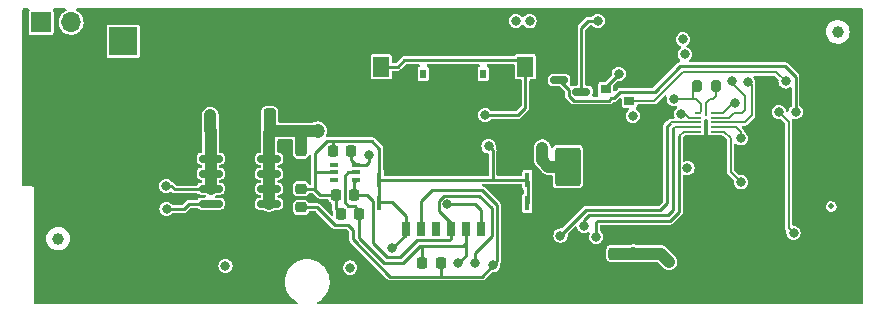
<source format=gbr>
%TF.GenerationSoftware,KiCad,Pcbnew,8.0.4*%
%TF.CreationDate,2024-09-18T09:12:31+01:00*%
%TF.ProjectId,BG95V4,42473935-5634-42e6-9b69-6361645f7063,rev?*%
%TF.SameCoordinates,Original*%
%TF.FileFunction,Copper,L1,Top*%
%TF.FilePolarity,Positive*%
%FSLAX46Y46*%
G04 Gerber Fmt 4.6, Leading zero omitted, Abs format (unit mm)*
G04 Created by KiCad (PCBNEW 8.0.4) date 2024-09-18 09:12:31*
%MOMM*%
%LPD*%
G01*
G04 APERTURE LIST*
G04 Aperture macros list*
%AMRoundRect*
0 Rectangle with rounded corners*
0 $1 Rounding radius*
0 $2 $3 $4 $5 $6 $7 $8 $9 X,Y pos of 4 corners*
0 Add a 4 corners polygon primitive as box body*
4,1,4,$2,$3,$4,$5,$6,$7,$8,$9,$2,$3,0*
0 Add four circle primitives for the rounded corners*
1,1,$1+$1,$2,$3*
1,1,$1+$1,$4,$5*
1,1,$1+$1,$6,$7*
1,1,$1+$1,$8,$9*
0 Add four rect primitives between the rounded corners*
20,1,$1+$1,$2,$3,$4,$5,0*
20,1,$1+$1,$4,$5,$6,$7,0*
20,1,$1+$1,$6,$7,$8,$9,0*
20,1,$1+$1,$8,$9,$2,$3,0*%
G04 Aperture macros list end*
%TA.AperFunction,SMDPad,CuDef*%
%ADD10RoundRect,0.218750X0.218750X0.256250X-0.218750X0.256250X-0.218750X-0.256250X0.218750X-0.256250X0*%
%TD*%
%TA.AperFunction,SMDPad,CuDef*%
%ADD11RoundRect,0.218750X-0.256250X0.218750X-0.256250X-0.218750X0.256250X-0.218750X0.256250X0.218750X0*%
%TD*%
%TA.AperFunction,SMDPad,CuDef*%
%ADD12RoundRect,0.250001X-0.837499X-1.399999X0.837499X-1.399999X0.837499X1.399999X-0.837499X1.399999X0*%
%TD*%
%TA.AperFunction,SMDPad,CuDef*%
%ADD13RoundRect,0.237500X0.237500X-0.287500X0.237500X0.287500X-0.237500X0.287500X-0.237500X-0.287500X0*%
%TD*%
%TA.AperFunction,SMDPad,CuDef*%
%ADD14RoundRect,0.237500X0.287500X0.237500X-0.287500X0.237500X-0.287500X-0.237500X0.287500X-0.237500X0*%
%TD*%
%TA.AperFunction,SMDPad,CuDef*%
%ADD15RoundRect,0.237500X-0.237500X0.287500X-0.237500X-0.287500X0.237500X-0.287500X0.237500X0.287500X0*%
%TD*%
%TA.AperFunction,SMDPad,CuDef*%
%ADD16R,0.800000X0.350000*%
%TD*%
%TA.AperFunction,SMDPad,CuDef*%
%ADD17RoundRect,0.150000X-0.825000X-0.150000X0.825000X-0.150000X0.825000X0.150000X-0.825000X0.150000X0*%
%TD*%
%TA.AperFunction,SMDPad,CuDef*%
%ADD18R,0.900000X0.800000*%
%TD*%
%TA.AperFunction,SMDPad,CuDef*%
%ADD19R,0.650000X1.150000*%
%TD*%
%TA.AperFunction,SMDPad,CuDef*%
%ADD20R,0.450000X1.300000*%
%TD*%
%TA.AperFunction,SMDPad,CuDef*%
%ADD21R,1.400000X1.700000*%
%TD*%
%TA.AperFunction,SMDPad,CuDef*%
%ADD22R,0.540000X0.800000*%
%TD*%
%TA.AperFunction,SMDPad,CuDef*%
%ADD23R,0.600000X0.200000*%
%TD*%
%TA.AperFunction,SMDPad,CuDef*%
%ADD24R,0.150000X0.250000*%
%TD*%
%TA.AperFunction,SMDPad,CuDef*%
%ADD25R,0.200000X0.600000*%
%TD*%
%TA.AperFunction,SMDPad,CuDef*%
%ADD26RoundRect,0.200000X-0.200000X-0.275000X0.200000X-0.275000X0.200000X0.275000X-0.200000X0.275000X0*%
%TD*%
%TA.AperFunction,ComponentPad*%
%ADD27R,2.400000X2.400000*%
%TD*%
%TA.AperFunction,ComponentPad*%
%ADD28C,2.400000*%
%TD*%
%TA.AperFunction,SMDPad,CuDef*%
%ADD29C,1.000000*%
%TD*%
%TA.AperFunction,ComponentPad*%
%ADD30R,1.700000X1.700000*%
%TD*%
%TA.AperFunction,ComponentPad*%
%ADD31O,1.700000X1.700000*%
%TD*%
%TA.AperFunction,SMDPad,CuDef*%
%ADD32C,0.500000*%
%TD*%
%TA.AperFunction,SMDPad,CuDef*%
%ADD33RoundRect,0.150000X-0.587500X-0.150000X0.587500X-0.150000X0.587500X0.150000X-0.587500X0.150000X0*%
%TD*%
%TA.AperFunction,ViaPad*%
%ADD34C,0.800000*%
%TD*%
%TA.AperFunction,ViaPad*%
%ADD35C,1.200000*%
%TD*%
%TA.AperFunction,Conductor*%
%ADD36C,0.250000*%
%TD*%
%TA.AperFunction,Conductor*%
%ADD37C,1.000000*%
%TD*%
%TA.AperFunction,Conductor*%
%ADD38C,0.200000*%
%TD*%
G04 APERTURE END LIST*
D10*
%TO.P,C1,1*%
%TO.N,/uRST*%
X31297500Y6500000D03*
%TO.P,C1,2*%
%TO.N,/uGND*%
X29722500Y6500000D03*
%TD*%
%TO.P,C2,1*%
%TO.N,/uCLK*%
X31047500Y10190000D03*
%TO.P,C2,2*%
%TO.N,/uGND*%
X29472500Y10190000D03*
%TD*%
%TO.P,C3,1*%
%TO.N,/uData*%
X31750100Y4860000D03*
%TO.P,C3,2*%
%TO.N,/uGND*%
X30175100Y4860000D03*
%TD*%
D11*
%TO.P,C4,1*%
%TO.N,/uGND*%
X26797000Y7010500D03*
%TO.P,C4,2*%
%TO.N,/uVDD*%
X26797000Y5435500D03*
%TD*%
D12*
%TO.P,C6,1*%
%TO.N,/VBAT*%
X49390500Y8890000D03*
%TO.P,C6,2*%
%TO.N,GND*%
X55765500Y8890000D03*
%TD*%
D13*
%TO.P,C7,1*%
%TO.N,/VBAT*%
X53300000Y1525000D03*
%TO.P,C7,2*%
%TO.N,GND*%
X53300000Y3275000D03*
%TD*%
D14*
%TO.P,C8,1*%
%TO.N,/VBAT*%
X24141400Y11734800D03*
%TO.P,C8,2*%
%TO.N,GND*%
X22391400Y11734800D03*
%TD*%
D13*
%TO.P,C9,1*%
%TO.N,/VBAT*%
X54900000Y1525000D03*
%TO.P,C9,2*%
%TO.N,GND*%
X54900000Y3275000D03*
%TD*%
D14*
%TO.P,C10,1*%
%TO.N,/VBAT*%
X24141400Y13309600D03*
%TO.P,C10,2*%
%TO.N,GND*%
X22391400Y13309600D03*
%TD*%
D13*
%TO.P,C11,1*%
%TO.N,/VBAT*%
X56500000Y1525000D03*
%TO.P,C11,2*%
%TO.N,GND*%
X56500000Y3275000D03*
%TD*%
D15*
%TO.P,C12,1*%
%TO.N,/VBAT*%
X26797000Y10287000D03*
%TO.P,C12,2*%
%TO.N,GND*%
X26797000Y8537000D03*
%TD*%
D16*
%TO.P,D1,1*%
%TO.N,unconnected-(D1-Pad1)*%
X29560000Y9050000D03*
%TO.P,D1,2*%
%TO.N,/uGND*%
X29560000Y8400000D03*
%TO.P,D1,3*%
%TO.N,unconnected-(D1-Pad3)*%
X29560000Y7750000D03*
%TO.P,D1,4*%
%TO.N,/uRST*%
X31460000Y7750000D03*
%TO.P,D1,5*%
%TO.N,/uData*%
X31460000Y8400000D03*
%TO.P,D1,6*%
%TO.N,/uCLK*%
X31460000Y9050000D03*
%TD*%
D17*
%TO.P,Q2,1,S*%
%TO.N,/+3V6d*%
X19150000Y9555000D03*
%TO.P,Q2,2,S*%
X19150000Y8285000D03*
%TO.P,Q2,3,S*%
X19150000Y7015000D03*
%TO.P,Q2,4,G*%
%TO.N,Net-(Q1-Pad3)*%
X19150000Y5745000D03*
%TO.P,Q2,5,D*%
%TO.N,/VBAT*%
X24100000Y5745000D03*
%TO.P,Q2,6,D*%
X24100000Y7015000D03*
%TO.P,Q2,7,D*%
X24100000Y8285000D03*
%TO.P,Q2,8,D*%
X24100000Y9555000D03*
%TD*%
D18*
%TO.P,Q8,1,B*%
%TO.N,/Status*%
X52594000Y15428000D03*
%TO.P,Q8,2,E*%
%TO.N,GND*%
X52594000Y13528000D03*
%TO.P,Q8,3,C*%
%TO.N,/uStatus*%
X54594000Y14478000D03*
%TD*%
D10*
%TO.P,R1,1*%
%TO.N,/uVDD*%
X38658900Y711200D03*
%TO.P,R1,2*%
%TO.N,/uData*%
X37083900Y711200D03*
%TD*%
D19*
%TO.P,J11,C1,VCC*%
%TO.N,/uVDD*%
X36945000Y3605000D03*
%TO.P,J11,C2,RST*%
%TO.N,/uRST*%
X39485000Y3605000D03*
%TO.P,J11,C3,CLK*%
%TO.N,/uCLK*%
X42025000Y3605000D03*
%TO.P,J11,C5,GND*%
%TO.N,/uGND*%
X35675000Y3605000D03*
%TO.P,J11,C6,VPP*%
%TO.N,unconnected-(J11-PadC6)*%
X38215000Y3605000D03*
%TO.P,J11,C7,I/O*%
%TO.N,/uData*%
X40755000Y3605000D03*
D20*
%TO.P,J11,G1,GND*%
%TO.N,/uGND*%
X33430000Y5775000D03*
%TO.P,J11,G2,GND*%
X33430000Y7775000D03*
%TO.P,J11,G3,GND*%
X45970000Y5775000D03*
%TO.P,J11,G4,GND*%
X45970000Y7775000D03*
D21*
%TO.P,J11,G5,GND*%
X45805000Y17335000D03*
%TO.P,J11,G6,GND*%
X33595000Y17335000D03*
D22*
%TO.P,J11,X1*%
%TO.N,N/C*%
X37160000Y16755000D03*
%TO.P,J11,X2*%
X42240000Y16755000D03*
%TD*%
D23*
%TO.P,U2,1,VCCA*%
%TO.N,/VDD_EXT*%
X60425000Y13425000D03*
D24*
X60650000Y13600000D03*
D23*
%TO.P,U2,2,A1*%
%TO.N,/DTR*%
X60425000Y13025000D03*
%TO.P,U2,3,A2*%
%TO.N,/DCD*%
X60425000Y12625000D03*
%TO.P,U2,4,A3*%
%TO.N,/RXD*%
X60425000Y12225000D03*
%TO.P,U2,5,A4*%
%TO.N,/TXD*%
X60425000Y11825000D03*
D25*
%TO.P,U2,6,GND*%
%TO.N,GND*%
X61075000Y11825000D03*
D23*
%TO.P,U2,7,B4*%
%TO.N,/RxD*%
X61725000Y11825000D03*
%TO.P,U2,8,B3*%
%TO.N,/TxD*%
X61725000Y12225000D03*
%TO.P,U2,9,B2*%
%TO.N,/uDCD*%
X61725000Y12625000D03*
%TO.P,U2,10,B1*%
%TO.N,/uDTR*%
X61725000Y13025000D03*
%TO.P,U2,11,VCCB*%
%TO.N,/+3V3_UC*%
X61725000Y13425000D03*
D25*
%TO.P,U2,12,OE*%
%TO.N,Net-(R3-Pad2)*%
X61075000Y13425000D03*
%TD*%
D26*
%TO.P,R3,1*%
%TO.N,/VDD_EXT*%
X60300000Y15725000D03*
%TO.P,R3,2*%
%TO.N,Net-(R3-Pad2)*%
X61950000Y15725000D03*
%TD*%
D27*
%TO.P,BT1,1,+*%
%TO.N,/+3V6d*%
X11750000Y19500000D03*
D28*
%TO.P,BT1,2,-*%
%TO.N,GND*%
X11750000Y-1500000D03*
%TO.P,BT1,3,-*%
X15500000Y-1500000D03*
%TO.P,BT1,4,-*%
X8000000Y-1500000D03*
%TD*%
D29*
%TO.P,FID1,*%
%TO.N,*%
X72237600Y20294600D03*
%TD*%
D30*
%TO.P,J1,1,Pin_1*%
%TO.N,/+3V6*%
X4800000Y21100000D03*
D31*
%TO.P,J1,2,Pin_2*%
%TO.N,/+3V6d*%
X7340000Y21100000D03*
%TD*%
D29*
%TO.P,FID4,*%
%TO.N,*%
X6223000Y2794000D03*
%TD*%
D32*
%TO.P,TP1,1,1*%
%TO.N,unconnected-(TP1-Pad1)*%
X71689600Y5511800D03*
%TD*%
D33*
%TO.P,Q3,1,B*%
%TO.N,/uPWRKEY*%
X48671000Y16190000D03*
%TO.P,Q3,2,E*%
%TO.N,GND*%
X48671000Y14290000D03*
%TO.P,Q3,3,C*%
%TO.N,/PWRKEY*%
X50546000Y15240000D03*
%TD*%
D34*
%TO.N,GND*%
X73533000Y13685394D03*
X31369000Y17399000D03*
X39370000Y16510000D03*
X73533000Y6065394D03*
X65913000Y21305394D03*
X73533000Y985394D03*
X73533000Y8605394D03*
X58432288Y3644211D03*
X48133000Y-1554606D03*
X15113000Y11145394D03*
X36195000Y13335000D03*
X70993000Y8605394D03*
X17653000Y-1554606D03*
X37973000Y-1554606D03*
X58293000Y-1554606D03*
X63373000Y21305394D03*
X44450000Y8890000D03*
X4749800Y15214600D03*
X35560000Y-1270000D03*
X30353000Y21305394D03*
X60147200Y10947400D03*
X73533000Y-1554606D03*
X41910000Y8890000D03*
X31496000Y13208000D03*
X18135600Y16179800D03*
X22733000Y16225394D03*
X20193000Y-1554606D03*
X7493000Y18765394D03*
X12573000Y11145394D03*
X70993000Y11145394D03*
X53213000Y-1554606D03*
X32893000Y13208000D03*
X60833000Y21305394D03*
X28575000Y13462000D03*
X55880000Y-1270000D03*
X36195000Y14478000D03*
X25273000Y985394D03*
X45720000Y-1270000D03*
X45593000Y3525394D03*
X12573000Y8605394D03*
X25908000Y14859000D03*
X22733000Y-1554606D03*
X15113000Y3525394D03*
X68453000Y21305394D03*
X10033000Y3525394D03*
X22707600Y21285200D03*
X32893000Y-1554606D03*
X25400000Y3810000D03*
X36195000Y16637000D03*
X32893000Y21305394D03*
X49430000Y13150000D03*
X36195000Y15494000D03*
X24511000Y14986000D03*
X22733000Y18765394D03*
X30353000Y-1554606D03*
X27051000Y13335000D03*
X11099800Y17170400D03*
X28829000Y14859000D03*
X14046200Y17170400D03*
X60833000Y-1554606D03*
X31089600Y19634200D03*
X70993000Y13685394D03*
X73533000Y11145394D03*
X70993000Y985394D03*
X68453000Y-1554606D03*
X63373000Y-1554606D03*
X54250000Y6740000D03*
X13106400Y13055600D03*
X10033000Y11145394D03*
X70993000Y3525394D03*
X20193000Y3525394D03*
X70993000Y-1554606D03*
X4953000Y11145394D03*
X73533000Y3525394D03*
X40640000Y-1270000D03*
X30607000Y14859000D03*
X50800000Y-1270000D03*
X7493000Y985394D03*
X43053000Y-1554606D03*
X9779000Y13055600D03*
X8331200Y17043400D03*
%TO.N,/uGND*%
X42675000Y10600000D03*
X34510000Y1960000D03*
X42400000Y13250000D03*
%TO.N,/uRST*%
X41540000Y719989D03*
%TO.N,/uCLK*%
X32580000Y9900000D03*
X39200000Y5700000D03*
%TO.N,/uData*%
X40130000Y720000D03*
%TO.N,/uVDD*%
X43070000Y530000D03*
%TO.N,/VBAT*%
X57960000Y830000D03*
X47233980Y10491020D03*
D35*
X28200000Y11900000D03*
D34*
%TO.N,/uStatus*%
X67825000Y16100000D03*
%TO.N,/uPWRKEY*%
X68675000Y13500000D03*
%TO.N,/uDTR*%
X63275000Y16125000D03*
%TO.N,/TxD*%
X64050000Y11275000D03*
%TO.N,/RxD*%
X64050000Y7550000D03*
%TO.N,/uDCD*%
X64625000Y16025000D03*
%TO.N,Net-(Q1-Pad3)*%
X15417800Y5308600D03*
%TO.N,/RXD*%
X50775000Y3850000D03*
%TO.N,/TXD*%
X51800000Y2950000D03*
%TO.N,/VDD_EXT*%
X58350000Y14625000D03*
%TO.N,/DTR*%
X58975000Y13350000D03*
%TO.N,/DCD*%
X48768000Y3048000D03*
%TO.N,/PWRKEY*%
X51917600Y21234400D03*
%TO.N,/Status*%
X53695600Y16738600D03*
%TO.N,/Alim*%
X20400000Y475000D03*
X30962600Y330200D03*
%TO.N,/+3V6d*%
X19126200Y13233400D03*
X15392400Y7239000D03*
%TO.N,/+3V3_UC*%
X68500000Y3275000D03*
X67250000Y13500000D03*
X63525000Y14300000D03*
%TO.N,/T*%
X59512200Y8763000D03*
X54889400Y13182600D03*
%TO.N,/D+*%
X59283600Y18389600D03*
X44983400Y21234400D03*
%TO.N,/D-*%
X46151800Y21183600D03*
X59125498Y19659600D03*
%TD*%
D36*
%TO.N,GND*%
X56250000Y3250000D02*
X56300000Y3200000D01*
X55765500Y8255500D02*
X54250000Y6740000D01*
X60406600Y10775000D02*
X60250000Y10775000D01*
X56500000Y3275000D02*
X58055000Y3275000D01*
X53300000Y3275000D02*
X54875000Y3275000D01*
X61075000Y11825000D02*
X61075000Y11025000D01*
X55765500Y8890000D02*
X55765500Y8255500D01*
X60825000Y10775000D02*
X60406600Y10775000D01*
X49430000Y13150000D02*
X49808000Y13528000D01*
X60406600Y10775000D02*
X60319600Y10775000D01*
X58432288Y3647712D02*
X58432288Y3644211D01*
X60319600Y10775000D02*
X60147200Y10947400D01*
X48900000Y13150000D02*
X49430000Y13150000D01*
X60250000Y10775000D02*
X60225000Y10800000D01*
X58055000Y3275000D02*
X58430000Y3650000D01*
X48671000Y14290000D02*
X48671000Y13379000D01*
X54900000Y3275000D02*
X56275000Y3275000D01*
X48671000Y13379000D02*
X48900000Y13150000D01*
X54875000Y3275000D02*
X54900000Y3250000D01*
X49808000Y13528000D02*
X52594000Y13528000D01*
X54875000Y3275000D02*
X54900000Y3300000D01*
X58430000Y3650000D02*
X58432288Y3647712D01*
X61075000Y11025000D02*
X60825000Y10775000D01*
%TO.N,/uGND*%
X33430000Y7775000D02*
X35925000Y7775000D01*
X35675000Y4725000D02*
X34500000Y5900000D01*
X43025000Y7775000D02*
X43025000Y10250000D01*
X42400000Y13250000D02*
X45175000Y13250000D01*
X28010000Y6900000D02*
X28410000Y6500000D01*
X34500000Y5900000D02*
X33600000Y5900000D01*
X29472500Y10190000D02*
X29472500Y10922500D01*
X36795000Y7775000D02*
X43025000Y7775000D01*
X45240000Y17900000D02*
X45805000Y17335000D01*
X28410000Y6500000D02*
X29610000Y6500000D01*
X28110000Y8400000D02*
X28010000Y8300000D01*
X27899500Y7010500D02*
X28010000Y6900000D01*
X26797000Y7010500D02*
X27899500Y7010500D01*
X29600000Y11050000D02*
X29010000Y11050000D01*
X32785480Y11050000D02*
X29600000Y11050000D01*
X45925000Y7775000D02*
X46000000Y7700000D01*
X29472500Y10922500D02*
X29600000Y11050000D01*
X35550000Y17900000D02*
X45240000Y17900000D01*
X46000000Y7700000D02*
X46000000Y5800000D01*
X29722500Y5312600D02*
X30175100Y4860000D01*
X35675000Y3605000D02*
X35675000Y3135000D01*
X29010000Y11050000D02*
X28160000Y10200000D01*
X43025000Y10250000D02*
X42675000Y10600000D01*
X35675000Y3605000D02*
X35675000Y4725000D01*
X28010000Y10050000D02*
X28010000Y8300000D01*
X45805000Y13880000D02*
X45805000Y17335000D01*
X43025000Y7775000D02*
X45925000Y7775000D01*
X35925000Y7775000D02*
X36795000Y7775000D01*
X34985000Y17335000D02*
X35550000Y17900000D01*
X33400000Y5900000D02*
X33400000Y7800000D01*
X33600000Y5900000D02*
X33400000Y5900000D01*
X29722500Y6500000D02*
X29722500Y5312600D01*
X33430000Y10405480D02*
X32785480Y11050000D01*
X28010000Y6900000D02*
X28010000Y8300000D01*
X35675000Y3135000D02*
X35675000Y3125000D01*
X29560000Y8400000D02*
X28110000Y8400000D01*
X45175000Y13250000D02*
X45805000Y13880000D01*
X28160000Y10200000D02*
X28010000Y10050000D01*
X33595000Y17335000D02*
X34985000Y17335000D01*
X33430000Y7775000D02*
X33430000Y10405480D01*
X35675000Y3125000D02*
X34510000Y1960000D01*
%TO.N,/uRST*%
X32380000Y6500000D02*
X32870000Y6010000D01*
X36590000Y2630000D02*
X39320000Y2630000D01*
X42950000Y5380000D02*
X42950000Y2980978D01*
X32870000Y2380000D02*
X34050000Y1200000D01*
X41905489Y6424511D02*
X42950000Y5380000D01*
X31297500Y6500000D02*
X31297500Y7587500D01*
X41540000Y1570978D02*
X41540000Y719989D01*
X38475489Y5104511D02*
X38475489Y6000103D01*
X39485000Y4095000D02*
X38475489Y5104511D01*
X32870000Y6010000D02*
X32870000Y2380000D01*
X34050000Y1200000D02*
X35160000Y1200000D01*
X39485000Y3605000D02*
X39485000Y4095000D01*
X35160000Y1200000D02*
X36590000Y2630000D01*
X39320000Y2630000D02*
X39485000Y2795000D01*
X39485000Y2795000D02*
X39485000Y3605000D01*
X38899897Y6424511D02*
X41905489Y6424511D01*
X38475489Y6000103D02*
X38899897Y6424511D01*
X31297500Y6500000D02*
X32380000Y6500000D01*
X31297500Y7587500D02*
X31460000Y7750000D01*
X42950000Y2980978D02*
X41540000Y1570978D01*
%TO.N,/uCLK*%
X32330000Y9050000D02*
X32580000Y9300000D01*
X41500000Y5700000D02*
X39200000Y5700000D01*
X42025000Y5175000D02*
X41500000Y5700000D01*
X31460000Y9050000D02*
X32330000Y9050000D01*
X31047500Y9462500D02*
X31460000Y9050000D01*
X31047500Y10190000D02*
X31047500Y9462500D01*
X42025000Y3605000D02*
X42025000Y5175000D01*
X32580000Y9300000D02*
X32580000Y9900000D01*
%TO.N,/uData*%
X40500480Y2180480D02*
X37181680Y2180480D01*
X31750100Y2870100D02*
X31750100Y4860000D01*
X37083900Y2082700D02*
X37181680Y2180480D01*
X40130000Y720000D02*
X40755000Y1345000D01*
X40755000Y2435000D02*
X40500480Y2180480D01*
X40755000Y2435000D02*
X40755000Y3605000D01*
X36840480Y2180480D02*
X35410000Y750000D01*
X31460000Y8400000D02*
X30810000Y8400000D01*
X30810000Y8400000D02*
X30520000Y8110000D01*
X30810200Y5562600D02*
X31343600Y5562600D01*
X33864283Y750000D02*
X32420480Y2193803D01*
X37083900Y711200D02*
X37083900Y2082700D01*
X30520000Y8110000D02*
X30520000Y5852800D01*
X31750100Y5156100D02*
X31750100Y4860000D01*
X32420480Y2199720D02*
X31750100Y2870100D01*
X31343600Y5562600D02*
X31750100Y5156100D01*
X40755000Y1345000D02*
X40755000Y2435000D01*
X32420480Y2193803D02*
X32420480Y2199720D01*
X30520000Y5852800D02*
X30810200Y5562600D01*
X35410000Y750000D02*
X33864283Y750000D01*
X37181680Y2180480D02*
X36840480Y2180480D01*
%TO.N,/uVDD*%
X38658900Y-330300D02*
X38760400Y-431800D01*
X43070000Y530000D02*
X43410000Y870000D01*
X38760400Y-431800D02*
X42108200Y-431800D01*
X29692600Y3937000D02*
X28194100Y5435500D01*
X28194100Y5435500D02*
X26797000Y5435500D01*
X36945000Y5945000D02*
X36945000Y3605000D01*
X31191200Y3505200D02*
X30759400Y3937000D01*
X31191200Y2743200D02*
X31191200Y3505200D01*
X30759400Y3937000D02*
X29692600Y3937000D01*
X43410000Y870000D02*
X43410000Y5610000D01*
X37874031Y6874031D02*
X36945000Y5945000D01*
X42108200Y-431800D02*
X43070000Y530000D01*
X34366200Y-431800D02*
X31191200Y2743200D01*
X38658900Y711200D02*
X38658900Y-330300D01*
X43410000Y5610000D02*
X42145969Y6874031D01*
X38760400Y-431800D02*
X34366200Y-431800D01*
X42145969Y6874031D02*
X37874031Y6874031D01*
D37*
%TO.N,/VBAT*%
X24100000Y7015000D02*
X24100000Y5745000D01*
X26835000Y10325000D02*
X26797000Y10287000D01*
X26835000Y11900000D02*
X26835000Y10325000D01*
X28200000Y11900000D02*
X26835000Y11900000D01*
X47233980Y10491020D02*
X47233980Y9408020D01*
X24141400Y11734800D02*
X24141400Y13309600D01*
X47752000Y8890000D02*
X49390500Y8890000D01*
X24100000Y9555000D02*
X24100000Y8285000D01*
X26835000Y11900000D02*
X24306600Y11900000D01*
X24100000Y9555000D02*
X24100000Y11693400D01*
X47233980Y9408020D02*
X47752000Y8890000D01*
X53300000Y1525000D02*
X54475000Y1525000D01*
X56500000Y1525000D02*
X57265000Y1525000D01*
X57265000Y1525000D02*
X57960000Y830000D01*
X53300000Y1525000D02*
X56500000Y1525000D01*
X24100000Y11693400D02*
X24141400Y11734800D01*
X24100000Y8285000D02*
X24100000Y7015000D01*
X54475000Y1525000D02*
X54500000Y1500000D01*
X54825000Y1525000D02*
X54900000Y1600000D01*
X24306600Y11900000D02*
X24141400Y11734800D01*
D38*
%TO.N,/uStatus*%
X67050000Y16875000D02*
X67825000Y16100000D01*
X59125000Y16875000D02*
X67050000Y16875000D01*
X54594000Y14478000D02*
X56728000Y14478000D01*
X56728000Y14478000D02*
X59125000Y16875000D01*
D36*
%TO.N,/uPWRKEY*%
X48671000Y16190000D02*
X49483980Y15377020D01*
X58900000Y17400000D02*
X67750000Y17400000D01*
X67750000Y17400000D02*
X68675000Y16475000D01*
X56740000Y15240000D02*
X58900000Y17400000D01*
X49483980Y15377020D02*
X49483980Y14893448D01*
X49899428Y14478000D02*
X52860511Y14478000D01*
X52860511Y14478000D02*
X53086000Y14703489D01*
X53848000Y15240000D02*
X56740000Y15240000D01*
X49483980Y14893448D02*
X49899428Y14478000D01*
X53086000Y14703489D02*
X53311489Y14703489D01*
X68675000Y16475000D02*
X68675000Y13500000D01*
X53311489Y14703489D02*
X53848000Y15240000D01*
D38*
%TO.N,/uDTR*%
X64100000Y13425000D02*
X63475000Y13425000D01*
X64350000Y14875000D02*
X64350000Y13675000D01*
X63475000Y13425000D02*
X63075000Y13025000D01*
X64350000Y13675000D02*
X64100000Y13425000D01*
X63975000Y15250000D02*
X64350000Y14875000D01*
X63975000Y15250000D02*
X63275000Y15950000D01*
X63075000Y13025000D02*
X61725000Y13025000D01*
X63275000Y15950000D02*
X63275000Y16125000D01*
%TO.N,/TxD*%
X61725000Y12225000D02*
X63600000Y12225000D01*
X64050000Y11775000D02*
X64050000Y11275000D01*
X63600000Y12225000D02*
X64050000Y11775000D01*
%TO.N,/RxD*%
X63175000Y11275000D02*
X63175000Y8425000D01*
X61725000Y11825000D02*
X62625000Y11825000D01*
X63175000Y8425000D02*
X64050000Y7550000D01*
X62625000Y11825000D02*
X63175000Y11275000D01*
%TO.N,/uDCD*%
X61725000Y12625000D02*
X64350000Y12625000D01*
X64950000Y15800000D02*
X64725000Y16025000D01*
X64350000Y12625000D02*
X64950000Y13225000D01*
X64725000Y16025000D02*
X64625000Y16025000D01*
X64950000Y13225000D02*
X64950000Y15800000D01*
D36*
%TO.N,Net-(Q1-Pad3)*%
X15430000Y5296400D02*
X15417800Y5308600D01*
X19150000Y5745000D02*
X17339600Y5745000D01*
X16891000Y5296400D02*
X15430000Y5296400D01*
X17339600Y5745000D02*
X16891000Y5296400D01*
%TO.N,/RXD*%
X57850000Y4750000D02*
X58325000Y5225000D01*
X58325000Y5225000D02*
X58325000Y12100000D01*
D38*
X58450000Y12225000D02*
X58325000Y12100000D01*
X60425000Y12225000D02*
X58450000Y12225000D01*
D36*
X50775000Y3850000D02*
X50775000Y4350000D01*
X51175000Y4750000D02*
X57850000Y4750000D01*
X50775000Y4350000D02*
X51175000Y4750000D01*
D38*
%TO.N,/TXD*%
X60425000Y11825000D02*
X59200000Y11825000D01*
X59200000Y11825000D02*
X58825000Y11450000D01*
D36*
X58787699Y5012699D02*
X58787699Y11412699D01*
X58075000Y4300000D02*
X58787699Y5012699D01*
X51800000Y2950000D02*
X51800000Y4175000D01*
X51925000Y4300000D02*
X58075000Y4300000D01*
X58787699Y11412699D02*
X58825000Y11450000D01*
X51800000Y4175000D02*
X51925000Y4300000D01*
D38*
%TO.N,/VDD_EXT*%
X60225000Y14625000D02*
X60025000Y14625000D01*
X60300000Y15725000D02*
X60025000Y15450000D01*
X60025000Y15450000D02*
X60025000Y14625000D01*
X60650000Y14200000D02*
X60225000Y14625000D01*
X60650000Y13600000D02*
X60650000Y14200000D01*
X60025000Y14625000D02*
X58350000Y14625000D01*
%TO.N,/DTR*%
X59350000Y13350000D02*
X58975000Y13350000D01*
X59675000Y13025000D02*
X59350000Y13350000D01*
X60425000Y13025000D02*
X59675000Y13025000D01*
D36*
%TO.N,/DCD*%
X57774960Y12299960D02*
X58000000Y12525000D01*
X50937040Y5217040D02*
X57166960Y5217040D01*
D38*
X60425000Y12625000D02*
X58100000Y12625000D01*
D36*
X48768000Y3048000D02*
X50937040Y5217040D01*
X57166960Y5217040D02*
X57774960Y5825040D01*
D38*
X58100000Y12625000D02*
X58000000Y12525000D01*
D36*
X57774960Y5825040D02*
X57774960Y12299960D01*
%TO.N,/PWRKEY*%
X51130200Y21234400D02*
X51917600Y21234400D01*
X50546000Y20650200D02*
X51130200Y21234400D01*
X50546000Y15240000D02*
X50546000Y20650200D01*
%TO.N,/Status*%
X52594000Y15637000D02*
X53695600Y16738600D01*
X52594000Y15428000D02*
X52594000Y15637000D01*
D37*
%TO.N,/+3V6d*%
X19150000Y11936400D02*
X19150000Y9555000D01*
X19126200Y13233400D02*
X19126200Y11960200D01*
X19126200Y11960200D02*
X19150000Y11936400D01*
X19150000Y8285000D02*
X19150000Y9555000D01*
X19150000Y7015000D02*
X19150000Y8285000D01*
D36*
X15824200Y7239000D02*
X15392400Y7239000D01*
X16116800Y6946400D02*
X15824200Y7239000D01*
X19081400Y6946400D02*
X16116800Y6946400D01*
X19150000Y7015000D02*
X19081400Y6946400D01*
D38*
%TO.N,/+3V3_UC*%
X68075000Y3700000D02*
X68500000Y3275000D01*
X67250000Y13500000D02*
X68075000Y12675000D01*
X63400000Y14300000D02*
X63525000Y14300000D01*
X68075000Y12675000D02*
X68075000Y3700000D01*
X61725000Y13425000D02*
X62525000Y13425000D01*
X62525000Y13425000D02*
X63400000Y14300000D01*
%TO.N,Net-(R3-Pad2)*%
X61075000Y14300000D02*
X61400000Y14625000D01*
X61075000Y13425000D02*
X61075000Y14300000D01*
X61675000Y14625000D02*
X61950000Y14900000D01*
X61400000Y14625000D02*
X61675000Y14625000D01*
X61950000Y14900000D02*
X61950000Y15725000D01*
%TD*%
%TA.AperFunction,Conductor*%
%TO.N,GND*%
G36*
X32386500Y16436866D02*
G01*
X32393255Y16374684D01*
X32444385Y16238295D01*
X32531739Y16121739D01*
X32538919Y16116358D01*
X32600000Y16070580D01*
X32600000Y15900000D01*
X35400000Y15900000D01*
X35400000Y12800000D01*
X28851076Y12800000D01*
X28710288Y12888831D01*
X28710283Y12888833D01*
X28705404Y12891912D01*
X28516180Y12967405D01*
X28316366Y13007151D01*
X28310592Y13007227D01*
X28310588Y13007227D01*
X28207452Y13008576D01*
X28112655Y13009817D01*
X28106958Y13008838D01*
X28106957Y13008838D01*
X27917567Y12976295D01*
X27911870Y12975316D01*
X27781182Y12927103D01*
X27751868Y12916288D01*
X27708257Y12908500D01*
X27500000Y12908500D01*
X27500000Y17900000D01*
X32386500Y17900000D01*
X32386500Y16436866D01*
G37*
%TD.AperFunction*%
%TD*%
%TA.AperFunction,Conductor*%
%TO.N,GND*%
G36*
X3764691Y22264398D02*
G01*
X3811184Y22210742D01*
X3821288Y22140468D01*
X3801335Y22088398D01*
X3768027Y22038550D01*
X3768025Y22038546D01*
X3761133Y22028231D01*
X3749500Y21969748D01*
X3749500Y20230252D01*
X3750707Y20224184D01*
X3754331Y20205967D01*
X3761133Y20171769D01*
X3805448Y20105448D01*
X3871769Y20061133D01*
X3883938Y20058712D01*
X3883939Y20058712D01*
X3924184Y20050707D01*
X3930252Y20049500D01*
X5669748Y20049500D01*
X5675816Y20050707D01*
X5716061Y20058712D01*
X5716062Y20058712D01*
X5728231Y20061133D01*
X5794552Y20105448D01*
X5838867Y20171769D01*
X5845670Y20205967D01*
X5849293Y20224184D01*
X5850500Y20230252D01*
X5850500Y21969748D01*
X5838867Y22028231D01*
X5831975Y22038546D01*
X5831973Y22038550D01*
X5798665Y22088398D01*
X5777450Y22156150D01*
X5796233Y22224617D01*
X5849050Y22272061D01*
X5903430Y22284400D01*
X6825022Y22284400D01*
X6893143Y22264398D01*
X6939636Y22210742D01*
X6949740Y22140468D01*
X6920246Y22075888D01*
X6883398Y22046739D01*
X6762002Y21983274D01*
X6757201Y21979414D01*
X6757198Y21979412D01*
X6606254Y21858050D01*
X6601447Y21854185D01*
X6469024Y21696370D01*
X6466056Y21690972D01*
X6466053Y21690967D01*
X6390225Y21553035D01*
X6369776Y21515838D01*
X6307484Y21319468D01*
X6306798Y21313351D01*
X6306797Y21313347D01*
X6287206Y21138688D01*
X6284520Y21114738D01*
X6285036Y21108594D01*
X6292749Y21016748D01*
X6301759Y20909447D01*
X6303458Y20903522D01*
X6345955Y20755318D01*
X6358544Y20711414D01*
X6361359Y20705937D01*
X6361360Y20705934D01*
X6414921Y20601716D01*
X6452712Y20528182D01*
X6580677Y20366730D01*
X6585370Y20362736D01*
X6585371Y20362735D01*
X6665430Y20294600D01*
X6737564Y20233209D01*
X6917398Y20132703D01*
X6995897Y20107197D01*
X7107471Y20070944D01*
X7107475Y20070943D01*
X7113329Y20069041D01*
X7317894Y20044649D01*
X7324029Y20045121D01*
X7324031Y20045121D01*
X7396625Y20050707D01*
X7523300Y20060454D01*
X7529230Y20062110D01*
X7529232Y20062110D01*
X7690715Y20107197D01*
X7721725Y20115855D01*
X7727214Y20118628D01*
X7727220Y20118630D01*
X7900116Y20205967D01*
X7905610Y20208742D01*
X7952943Y20245722D01*
X7986780Y20272159D01*
X8067951Y20335576D01*
X8202564Y20491528D01*
X8205959Y20497503D01*
X8263364Y20598556D01*
X8304323Y20670656D01*
X8369351Y20866137D01*
X8395171Y21070526D01*
X8395583Y21100000D01*
X8382405Y21234400D01*
X44377718Y21234400D01*
X44398356Y21077638D01*
X44458864Y20931559D01*
X44555118Y20806118D01*
X44680559Y20709864D01*
X44826638Y20649356D01*
X44983400Y20628718D01*
X44991588Y20629796D01*
X45131974Y20648278D01*
X45140162Y20649356D01*
X45286241Y20709864D01*
X45411682Y20806118D01*
X45416705Y20812664D01*
X45416709Y20812668D01*
X45448148Y20853640D01*
X45505486Y20895507D01*
X45576357Y20899729D01*
X45638259Y20864965D01*
X45648073Y20853640D01*
X45707598Y20776066D01*
X45723518Y20755318D01*
X45848959Y20659064D01*
X45995038Y20598556D01*
X46151800Y20577918D01*
X46159988Y20578996D01*
X46300374Y20597478D01*
X46308562Y20598556D01*
X46454641Y20659064D01*
X46580082Y20755318D01*
X46596003Y20776066D01*
X46649278Y20845496D01*
X46676336Y20880759D01*
X46736844Y21026838D01*
X46757482Y21183600D01*
X46736844Y21340362D01*
X46676336Y21486441D01*
X46580082Y21611882D01*
X46454641Y21708136D01*
X46308562Y21768644D01*
X46151800Y21789282D01*
X45995038Y21768644D01*
X45848959Y21708136D01*
X45723518Y21611882D01*
X45718495Y21605336D01*
X45718491Y21605332D01*
X45687052Y21564360D01*
X45629714Y21522493D01*
X45558843Y21518271D01*
X45496941Y21553035D01*
X45487127Y21564360D01*
X45416705Y21656136D01*
X45411682Y21662682D01*
X45286241Y21758936D01*
X45140162Y21819444D01*
X44983400Y21840082D01*
X44826638Y21819444D01*
X44680559Y21758936D01*
X44555118Y21662682D01*
X44458864Y21537241D01*
X44398356Y21391162D01*
X44377718Y21234400D01*
X8382405Y21234400D01*
X8375480Y21305030D01*
X8315935Y21502251D01*
X8219218Y21684151D01*
X8111453Y21816284D01*
X8092906Y21839025D01*
X8092903Y21839028D01*
X8089011Y21843800D01*
X8071786Y21858050D01*
X7935025Y21971189D01*
X7935021Y21971191D01*
X7930275Y21975118D01*
X7854552Y22016061D01*
X7796289Y22047564D01*
X7745880Y22097559D01*
X7730503Y22166870D01*
X7755039Y22233492D01*
X7811699Y22276273D01*
X7856218Y22284400D01*
X74293200Y22284400D01*
X74361321Y22264398D01*
X74407814Y22210742D01*
X74419200Y22158400D01*
X74419200Y-2654000D01*
X74399198Y-2722121D01*
X74345542Y-2768614D01*
X74293200Y-2780000D01*
X28280674Y-2780000D01*
X28212553Y-2759998D01*
X28166060Y-2706342D01*
X28155956Y-2636068D01*
X28185450Y-2571488D01*
X28219492Y-2543851D01*
X28369835Y-2460343D01*
X28369836Y-2460342D01*
X28373828Y-2458125D01*
X28593078Y-2290798D01*
X28596273Y-2287530D01*
X28782683Y-2096842D01*
X28782687Y-2096837D01*
X28785877Y-2093574D01*
X28948187Y-1870584D01*
X29076606Y-1626499D01*
X29168445Y-1366432D01*
X29204916Y-1181392D01*
X29220899Y-1100304D01*
X29220900Y-1100298D01*
X29221780Y-1095832D01*
X29222007Y-1091276D01*
X29235267Y-824936D01*
X29235267Y-824930D01*
X29235494Y-820367D01*
X29209298Y-545808D01*
X29143743Y-277906D01*
X29040201Y-22274D01*
X29037900Y-18344D01*
X29037897Y-18338D01*
X28903145Y211803D01*
X28903140Y211810D01*
X28900842Y215735D01*
X28851226Y277777D01*
X28809302Y330200D01*
X30356918Y330200D01*
X30377556Y173438D01*
X30438064Y27359D01*
X30534318Y-98082D01*
X30659759Y-194336D01*
X30805838Y-254844D01*
X30962600Y-275482D01*
X30970788Y-274404D01*
X30976326Y-273675D01*
X31119362Y-254844D01*
X31265441Y-194336D01*
X31390882Y-98082D01*
X31487136Y27359D01*
X31547644Y173438D01*
X31568282Y330200D01*
X31555930Y424020D01*
X31548722Y478774D01*
X31547644Y486962D01*
X31543567Y496806D01*
X31527292Y536096D01*
X31487136Y633041D01*
X31390882Y758482D01*
X31375597Y770211D01*
X31337425Y799501D01*
X31265441Y854736D01*
X31119362Y915244D01*
X30962600Y935882D01*
X30805838Y915244D01*
X30659759Y854736D01*
X30587775Y799501D01*
X30549604Y770211D01*
X30534318Y758482D01*
X30438064Y633041D01*
X30397908Y536096D01*
X30381634Y496806D01*
X30377556Y486962D01*
X30376478Y478774D01*
X30369270Y424020D01*
X30356918Y330200D01*
X28809302Y330200D01*
X28731436Y427566D01*
X28731435Y427567D01*
X28728584Y431132D01*
X28677584Y478774D01*
X28530372Y616292D01*
X28530369Y616294D01*
X28527036Y619408D01*
X28300421Y776616D01*
X28296343Y778645D01*
X28057573Y897432D01*
X28057570Y897433D01*
X28053486Y899465D01*
X27791402Y985380D01*
X27786910Y986160D01*
X27523443Y1031906D01*
X27523435Y1031907D01*
X27519662Y1032562D01*
X27509429Y1033071D01*
X27434095Y1036822D01*
X27434087Y1036822D01*
X27432524Y1036900D01*
X27260330Y1036900D01*
X27258062Y1036735D01*
X27258050Y1036735D01*
X27123797Y1026994D01*
X27055317Y1022025D01*
X27050862Y1021041D01*
X27050859Y1021041D01*
X26790453Y963548D01*
X26790450Y963547D01*
X26785997Y962564D01*
X26528081Y864849D01*
X26524094Y862635D01*
X26524093Y862634D01*
X26400633Y794058D01*
X26286972Y730925D01*
X26067722Y563598D01*
X26064529Y560332D01*
X26064527Y560330D01*
X25878117Y369642D01*
X25878113Y369637D01*
X25874923Y366374D01*
X25872236Y362682D01*
X25872234Y362680D01*
X25724541Y159771D01*
X25712613Y143384D01*
X25584194Y-100701D01*
X25492355Y-360768D01*
X25491475Y-365234D01*
X25454987Y-550360D01*
X25439020Y-631368D01*
X25438793Y-635922D01*
X25438793Y-635924D01*
X25429611Y-820367D01*
X25425306Y-906833D01*
X25451502Y-1181392D01*
X25517057Y-1449294D01*
X25620599Y-1704926D01*
X25622900Y-1708856D01*
X25622903Y-1708862D01*
X25757655Y-1939003D01*
X25757660Y-1939010D01*
X25759958Y-1942935D01*
X25762805Y-1946495D01*
X25880428Y-2093574D01*
X25932216Y-2158332D01*
X26133764Y-2346608D01*
X26360379Y-2503816D01*
X26364455Y-2505844D01*
X26364457Y-2505845D01*
X26435501Y-2541189D01*
X26487582Y-2589440D01*
X26505308Y-2658188D01*
X26483053Y-2725606D01*
X26427882Y-2770290D01*
X26379378Y-2780000D01*
X4326000Y-2780000D01*
X4257879Y-2759998D01*
X4211386Y-2706342D01*
X4200000Y-2654000D01*
X4200000Y475000D01*
X19794318Y475000D01*
X19814956Y318238D01*
X19875464Y172159D01*
X19971718Y46718D01*
X19978264Y41695D01*
X19996947Y27359D01*
X20097159Y-49536D01*
X20243238Y-110044D01*
X20400000Y-130682D01*
X20408188Y-129604D01*
X20548574Y-111122D01*
X20556762Y-110044D01*
X20702841Y-49536D01*
X20803053Y27359D01*
X20821736Y41695D01*
X20828282Y46718D01*
X20924536Y172159D01*
X20985044Y318238D01*
X21005682Y475000D01*
X20985044Y631762D01*
X20924536Y777841D01*
X20828282Y903282D01*
X20702841Y999536D01*
X20575053Y1052468D01*
X20564391Y1056884D01*
X20556762Y1060044D01*
X20400000Y1080682D01*
X20243238Y1060044D01*
X20235609Y1056884D01*
X20224947Y1052468D01*
X20097159Y999536D01*
X19971718Y903282D01*
X19875464Y777841D01*
X19814956Y631762D01*
X19794318Y475000D01*
X4200000Y475000D01*
X4200000Y2808037D01*
X5217757Y2808037D01*
X5234175Y2612517D01*
X5288258Y2423909D01*
X5291076Y2418426D01*
X5375123Y2254887D01*
X5375126Y2254883D01*
X5377944Y2249399D01*
X5499818Y2095631D01*
X5504511Y2091637D01*
X5504512Y2091636D01*
X5608527Y2003113D01*
X5649238Y1968465D01*
X5654616Y1965459D01*
X5654618Y1965458D01*
X5690932Y1945163D01*
X5820513Y1872743D01*
X6007118Y1812111D01*
X6201946Y1788879D01*
X6208081Y1789351D01*
X6208083Y1789351D01*
X6391434Y1803459D01*
X6391438Y1803460D01*
X6397576Y1803932D01*
X6586556Y1856697D01*
X6761689Y1945163D01*
X6791515Y1968465D01*
X6866878Y2027345D01*
X6916303Y2065960D01*
X6933328Y2085683D01*
X7040485Y2209827D01*
X7040485Y2209828D01*
X7044509Y2214489D01*
X7052110Y2227868D01*
X7095744Y2304678D01*
X7141425Y2385091D01*
X7203358Y2571268D01*
X7227949Y2765929D01*
X7228341Y2794000D01*
X7209194Y2989272D01*
X7207413Y2995171D01*
X7207412Y2995176D01*
X7154265Y3171207D01*
X7152484Y3177106D01*
X7060370Y3350347D01*
X6936361Y3502398D01*
X6785180Y3627465D01*
X6612585Y3720787D01*
X6510569Y3752366D01*
X6431039Y3776985D01*
X6431036Y3776986D01*
X6425152Y3778807D01*
X6419027Y3779451D01*
X6419026Y3779451D01*
X6236147Y3798673D01*
X6236146Y3798673D01*
X6230019Y3799317D01*
X6107383Y3788156D01*
X6040759Y3782093D01*
X6040758Y3782093D01*
X6034618Y3781534D01*
X6028704Y3779793D01*
X6028702Y3779793D01*
X5935514Y3752366D01*
X5846393Y3726136D01*
X5840928Y3723279D01*
X5677972Y3638088D01*
X5677968Y3638085D01*
X5672512Y3635233D01*
X5667712Y3631373D01*
X5667711Y3631373D01*
X5653404Y3619870D01*
X5519600Y3512289D01*
X5393480Y3361984D01*
X5390516Y3356592D01*
X5390513Y3356588D01*
X5337079Y3259392D01*
X5298956Y3190046D01*
X5239628Y3003022D01*
X5217757Y2808037D01*
X4200000Y2808037D01*
X4200000Y6994123D01*
X4200033Y7031258D01*
X4200033Y7031260D01*
X4200045Y7045449D01*
X4193902Y7058242D01*
X4192773Y7063210D01*
X4190215Y7070535D01*
X4188006Y7075125D01*
X4184850Y7088962D01*
X4176006Y7100061D01*
X4173636Y7104985D01*
X4170084Y7110647D01*
X4166688Y7114916D01*
X4160547Y7127705D01*
X4149464Y7136568D01*
X4146293Y7140554D01*
X4140809Y7146048D01*
X4136827Y7149227D01*
X4127985Y7160323D01*
X4115207Y7166486D01*
X4110936Y7169896D01*
X4105286Y7173454D01*
X4100366Y7175832D01*
X4089285Y7184694D01*
X4075457Y7187874D01*
X4070876Y7190088D01*
X4063551Y7192661D01*
X4058580Y7193799D01*
X4045798Y7199965D01*
X4022787Y7199985D01*
X4022789Y7201997D01*
X4022723Y7202012D01*
X4022723Y7200000D01*
X4005877Y7200000D01*
X3954551Y7200045D01*
X3954555Y7204850D01*
X3954457Y7204856D01*
X3954457Y7200000D01*
X3326000Y7200000D01*
X3257879Y7220002D01*
X3241417Y7239000D01*
X14786718Y7239000D01*
X14807356Y7082238D01*
X14867864Y6936159D01*
X14964118Y6810718D01*
X15089559Y6714464D01*
X15235638Y6653956D01*
X15243826Y6652878D01*
X15255972Y6651279D01*
X15392400Y6633318D01*
X15400588Y6634396D01*
X15462259Y6642515D01*
X15528828Y6651279D01*
X15540974Y6652878D01*
X15549162Y6653956D01*
X15695241Y6714464D01*
X15715900Y6730316D01*
X15782117Y6755917D01*
X15851666Y6741653D01*
X15889124Y6711345D01*
X15904345Y6693206D01*
X15913894Y6687693D01*
X15936985Y6674361D01*
X15946256Y6668455D01*
X15977116Y6646846D01*
X15987766Y6643992D01*
X15990934Y6642515D01*
X15994210Y6641323D01*
X16003755Y6635812D01*
X16037499Y6629862D01*
X16040858Y6629270D01*
X16051585Y6626892D01*
X16087993Y6617136D01*
X16098978Y6618097D01*
X16098980Y6618097D01*
X16125528Y6620420D01*
X16136510Y6620900D01*
X18021251Y6620900D01*
X18089372Y6600898D01*
X18110267Y6584075D01*
X18118650Y6575707D01*
X18128006Y6571134D01*
X18128007Y6571133D01*
X18152340Y6559239D01*
X18223482Y6524464D01*
X18253973Y6520016D01*
X18287256Y6515160D01*
X18287260Y6515160D01*
X18291782Y6514500D01*
X18610691Y6514500D01*
X18678812Y6494498D01*
X18694501Y6482583D01*
X18713592Y6465574D01*
X18751146Y6405325D01*
X18750165Y6334335D01*
X18710960Y6275145D01*
X18645978Y6246547D01*
X18629771Y6245500D01*
X18291782Y6245500D01*
X18287232Y6244830D01*
X18287229Y6244830D01*
X18232574Y6236784D01*
X18232573Y6236784D01*
X18222888Y6235358D01*
X18187707Y6218085D01*
X18127493Y6188522D01*
X18127491Y6188521D01*
X18118145Y6183932D01*
X18108251Y6174021D01*
X18041828Y6107482D01*
X17979545Y6073403D01*
X17952655Y6070500D01*
X17359313Y6070500D01*
X17348332Y6070979D01*
X17321770Y6073303D01*
X17321768Y6073303D01*
X17310793Y6074263D01*
X17274383Y6064508D01*
X17263676Y6062134D01*
X17226555Y6055588D01*
X17217011Y6050078D01*
X17213735Y6048886D01*
X17210564Y6047407D01*
X17199916Y6044554D01*
X17190887Y6038232D01*
X17169049Y6022941D01*
X17159779Y6017036D01*
X17136692Y6003707D01*
X17136688Y6003704D01*
X17127145Y5998194D01*
X17112208Y5980393D01*
X17102925Y5969330D01*
X17095500Y5961227D01*
X16928528Y5794254D01*
X16793079Y5658805D01*
X16730766Y5624780D01*
X16703983Y5621900D01*
X15996447Y5621900D01*
X15928326Y5641902D01*
X15896485Y5671196D01*
X15851111Y5730329D01*
X15851108Y5730332D01*
X15846082Y5736882D01*
X15834085Y5746088D01*
X15747005Y5812906D01*
X15720641Y5833136D01*
X15574562Y5893644D01*
X15564916Y5894914D01*
X15444537Y5910762D01*
X15417800Y5914282D01*
X15391063Y5910762D01*
X15270685Y5894914D01*
X15261038Y5893644D01*
X15114959Y5833136D01*
X15046420Y5780544D01*
X15001516Y5746088D01*
X14989518Y5736882D01*
X14984495Y5730336D01*
X14971534Y5713445D01*
X14893264Y5611441D01*
X14832756Y5465362D01*
X14812118Y5308600D01*
X14832756Y5151838D01*
X14893264Y5005759D01*
X14989518Y4880318D01*
X15114959Y4784064D01*
X15261038Y4723556D01*
X15417800Y4702918D01*
X15425988Y4703996D01*
X15566374Y4722478D01*
X15574562Y4723556D01*
X15720641Y4784064D01*
X15846082Y4880318D01*
X15851105Y4886864D01*
X15851109Y4886868D01*
X15877763Y4921604D01*
X15935101Y4963471D01*
X15977725Y4970900D01*
X16871290Y4970900D01*
X16882272Y4970420D01*
X16908820Y4968097D01*
X16908822Y4968097D01*
X16919807Y4967136D01*
X16956215Y4976892D01*
X16966942Y4979270D01*
X16970301Y4979862D01*
X17004045Y4985812D01*
X17013590Y4991323D01*
X17016866Y4992515D01*
X17020034Y4993992D01*
X17030684Y4996846D01*
X17061544Y5018455D01*
X17070815Y5024361D01*
X17093906Y5037693D01*
X17103455Y5043206D01*
X17127679Y5072075D01*
X17135106Y5080180D01*
X17437523Y5382596D01*
X17499835Y5416621D01*
X17526618Y5419500D01*
X17952532Y5419500D01*
X18020653Y5399498D01*
X18041548Y5382675D01*
X18118650Y5305707D01*
X18223482Y5254464D01*
X18249701Y5250639D01*
X18287256Y5245160D01*
X18287260Y5245160D01*
X18291782Y5244500D01*
X20008218Y5244500D01*
X20012768Y5245170D01*
X20012771Y5245170D01*
X20067426Y5253216D01*
X20067427Y5253216D01*
X20077112Y5254642D01*
X20136486Y5283793D01*
X20172507Y5301478D01*
X20172509Y5301479D01*
X20181855Y5306068D01*
X20264293Y5388650D01*
X20269016Y5398311D01*
X20301202Y5464158D01*
X20315536Y5493482D01*
X20320517Y5527628D01*
X20324840Y5557256D01*
X20324840Y5557260D01*
X20325500Y5561782D01*
X22924500Y5561782D01*
X22925170Y5557232D01*
X22925170Y5557229D01*
X22933216Y5502574D01*
X22934642Y5492888D01*
X22938958Y5484098D01*
X22981077Y5398311D01*
X22986068Y5388145D01*
X23017084Y5357183D01*
X23051203Y5323124D01*
X23068650Y5305707D01*
X23173482Y5254464D01*
X23199701Y5250639D01*
X23237256Y5245160D01*
X23237260Y5245160D01*
X23241782Y5244500D01*
X23560691Y5244500D01*
X23628812Y5224498D01*
X23644501Y5212583D01*
X23697279Y5165560D01*
X23703988Y5162008D01*
X23703989Y5162007D01*
X23711761Y5157892D01*
X23847119Y5086224D01*
X24011559Y5044919D01*
X24019157Y5044879D01*
X24019159Y5044879D01*
X24096332Y5044475D01*
X24181105Y5044031D01*
X24188492Y5045805D01*
X24188496Y5045805D01*
X24338583Y5081839D01*
X24345968Y5083612D01*
X24352712Y5087093D01*
X24352715Y5087094D01*
X24489883Y5157892D01*
X24489884Y5157892D01*
X24496631Y5161375D01*
X24504544Y5168278D01*
X24556325Y5213449D01*
X24620807Y5243157D01*
X24639154Y5244500D01*
X24958218Y5244500D01*
X24962768Y5245170D01*
X24962771Y5245170D01*
X25017426Y5253216D01*
X25017427Y5253216D01*
X25027112Y5254642D01*
X25086486Y5283793D01*
X25122507Y5301478D01*
X25122509Y5301479D01*
X25131855Y5306068D01*
X25214293Y5388650D01*
X25219016Y5398311D01*
X25251202Y5464158D01*
X25265536Y5493482D01*
X25270517Y5527628D01*
X25274840Y5557256D01*
X25274840Y5557260D01*
X25275500Y5561782D01*
X25275500Y5928218D01*
X25274315Y5936272D01*
X25266784Y5987426D01*
X25266784Y5987427D01*
X25265358Y5997112D01*
X25234726Y6059502D01*
X25218522Y6092507D01*
X25218521Y6092509D01*
X25213932Y6101855D01*
X25143968Y6171697D01*
X25138721Y6176935D01*
X25138720Y6176935D01*
X25131350Y6184293D01*
X25121488Y6189114D01*
X25077556Y6210588D01*
X25026518Y6235536D01*
X24987049Y6241294D01*
X24962744Y6244840D01*
X24962740Y6244840D01*
X24958218Y6245500D01*
X24926500Y6245500D01*
X24858379Y6265502D01*
X24811886Y6319158D01*
X24800500Y6371500D01*
X24800500Y6388500D01*
X24820502Y6456621D01*
X24874158Y6503114D01*
X24926500Y6514500D01*
X24958218Y6514500D01*
X24962768Y6515170D01*
X24962771Y6515170D01*
X25017426Y6523216D01*
X25017427Y6523216D01*
X25027112Y6524642D01*
X25096688Y6558802D01*
X25122507Y6571478D01*
X25122509Y6571479D01*
X25131855Y6576068D01*
X25202510Y6646846D01*
X25206935Y6651279D01*
X25206935Y6651280D01*
X25214293Y6658650D01*
X25220024Y6670373D01*
X25247355Y6726288D01*
X25265536Y6763482D01*
X25270857Y6799955D01*
X25274840Y6827256D01*
X25274840Y6827260D01*
X25275500Y6831782D01*
X25275500Y7198218D01*
X25269497Y7239000D01*
X25266784Y7257426D01*
X25266784Y7257427D01*
X25265358Y7267112D01*
X25225946Y7347386D01*
X25218522Y7362507D01*
X25218521Y7362509D01*
X25213932Y7371855D01*
X25147557Y7438114D01*
X25138721Y7446935D01*
X25138720Y7446935D01*
X25131350Y7454293D01*
X25121492Y7459112D01*
X25066971Y7485762D01*
X25026518Y7505536D01*
X24988797Y7511039D01*
X24962744Y7514840D01*
X24962740Y7514840D01*
X24958218Y7515500D01*
X24926500Y7515500D01*
X24858379Y7535502D01*
X24811886Y7589158D01*
X24800500Y7641500D01*
X24800500Y7658500D01*
X24820502Y7726621D01*
X24874158Y7773114D01*
X24926500Y7784500D01*
X24958218Y7784500D01*
X24962768Y7785170D01*
X24962771Y7785170D01*
X25017426Y7793216D01*
X25017427Y7793216D01*
X25027112Y7794642D01*
X25121804Y7841133D01*
X25122507Y7841478D01*
X25122509Y7841479D01*
X25131855Y7846068D01*
X25214293Y7928650D01*
X25265536Y8033482D01*
X25273741Y8089722D01*
X25274840Y8097256D01*
X25274840Y8097260D01*
X25275500Y8101782D01*
X25275500Y8468218D01*
X25274154Y8477366D01*
X25266784Y8527426D01*
X25266784Y8527427D01*
X25265358Y8537112D01*
X25231058Y8606974D01*
X25218522Y8632507D01*
X25218521Y8632509D01*
X25213932Y8641855D01*
X25151794Y8703885D01*
X25138721Y8716935D01*
X25138720Y8716935D01*
X25131350Y8724293D01*
X25121181Y8729264D01*
X25064909Y8756770D01*
X25026518Y8775536D01*
X24996027Y8779984D01*
X24962744Y8784840D01*
X24962740Y8784840D01*
X24958218Y8785500D01*
X24926500Y8785500D01*
X24858379Y8805502D01*
X24811886Y8859158D01*
X24800500Y8911500D01*
X24800500Y8928500D01*
X24820502Y8996621D01*
X24874158Y9043114D01*
X24926500Y9054500D01*
X24958218Y9054500D01*
X24962768Y9055170D01*
X24962771Y9055170D01*
X25017426Y9063216D01*
X25017427Y9063216D01*
X25027112Y9064642D01*
X25077008Y9089140D01*
X25122507Y9111478D01*
X25122509Y9111479D01*
X25131855Y9116068D01*
X25200403Y9184736D01*
X25206935Y9191279D01*
X25206935Y9191280D01*
X25214293Y9198650D01*
X25222202Y9214829D01*
X25261240Y9294694D01*
X25265536Y9303482D01*
X25275500Y9371782D01*
X25275500Y9738218D01*
X25266871Y9796838D01*
X25266784Y9797426D01*
X25266784Y9797427D01*
X25265358Y9807112D01*
X25237926Y9862984D01*
X25218522Y9902507D01*
X25218521Y9902509D01*
X25213932Y9911855D01*
X25131350Y9994293D01*
X25026518Y10045536D01*
X24996027Y10049984D01*
X24962744Y10054840D01*
X24962740Y10054840D01*
X24958218Y10055500D01*
X24926500Y10055500D01*
X24858379Y10075502D01*
X24811886Y10129158D01*
X24800500Y10181500D01*
X24800500Y11073500D01*
X24820502Y11141621D01*
X24874158Y11188114D01*
X24926500Y11199500D01*
X26008500Y11199500D01*
X26076621Y11179498D01*
X26123114Y11125842D01*
X26134500Y11073500D01*
X26134500Y10707743D01*
X26128453Y10672273D01*
X26128589Y10672243D01*
X26127956Y10669358D01*
X26127382Y10665995D01*
X26124399Y10657500D01*
X26121500Y10626833D01*
X26121500Y10498020D01*
X26119390Y10475059D01*
X26092748Y10331308D01*
X26102507Y10162041D01*
X26104741Y10154780D01*
X26104741Y10154779D01*
X26115931Y10118405D01*
X26121501Y10081356D01*
X26121501Y9947168D01*
X26124399Y9916500D01*
X26126944Y9909252D01*
X26126945Y9909249D01*
X26159727Y9815902D01*
X26168039Y9792232D01*
X26173634Y9784657D01*
X26173635Y9784655D01*
X26211336Y9733612D01*
X26246289Y9686289D01*
X26253860Y9680697D01*
X26344655Y9613635D01*
X26344657Y9613634D01*
X26352232Y9608039D01*
X26361119Y9604918D01*
X26361121Y9604917D01*
X26469252Y9566944D01*
X26469254Y9566943D01*
X26476500Y9564399D01*
X26484144Y9563676D01*
X26484146Y9563676D01*
X26492121Y9562922D01*
X26507167Y9561500D01*
X26796853Y9561500D01*
X27086832Y9561501D01*
X27089782Y9561780D01*
X27089787Y9561780D01*
X27109850Y9563676D01*
X27109851Y9563676D01*
X27117500Y9564399D01*
X27124748Y9566944D01*
X27124751Y9566945D01*
X27232879Y9604917D01*
X27232881Y9604918D01*
X27241768Y9608039D01*
X27249343Y9613634D01*
X27249345Y9613635D01*
X27340140Y9680697D01*
X27347711Y9686289D01*
X27382664Y9733612D01*
X27420365Y9784655D01*
X27420366Y9784657D01*
X27425961Y9792232D01*
X27439618Y9831121D01*
X27481061Y9888766D01*
X27547091Y9914854D01*
X27616743Y9901103D01*
X27667903Y9851878D01*
X27684500Y9789372D01*
X27684500Y8355361D01*
X27684021Y8344379D01*
X27683591Y8339460D01*
X27680736Y8328807D01*
X27681697Y8317821D01*
X27681697Y8317819D01*
X27684020Y8291272D01*
X27684500Y8280290D01*
X27684500Y7462000D01*
X27664498Y7393879D01*
X27610842Y7347386D01*
X27558500Y7336000D01*
X27546607Y7336000D01*
X27478486Y7356002D01*
X27434341Y7404797D01*
X27401162Y7469914D01*
X27401158Y7469920D01*
X27396658Y7478751D01*
X27302751Y7572658D01*
X27184420Y7632951D01*
X27086246Y7648500D01*
X26507754Y7648500D01*
X26409580Y7632951D01*
X26291249Y7572658D01*
X26197342Y7478751D01*
X26171405Y7427847D01*
X26149884Y7385609D01*
X26137049Y7360420D01*
X26121500Y7262246D01*
X26121500Y6758754D01*
X26137049Y6660580D01*
X26197342Y6542249D01*
X26291249Y6448342D01*
X26409580Y6388049D01*
X26507754Y6372500D01*
X27086246Y6372500D01*
X27184420Y6388049D01*
X27302751Y6448342D01*
X27396658Y6542249D01*
X27401159Y6551082D01*
X27401162Y6551086D01*
X27434341Y6616203D01*
X27483089Y6667818D01*
X27546607Y6685000D01*
X27712483Y6685000D01*
X27780604Y6664998D01*
X27801579Y6648095D01*
X27984097Y6465576D01*
X28165901Y6283772D01*
X28173327Y6275669D01*
X28197545Y6246806D01*
X28224849Y6231042D01*
X28230184Y6227962D01*
X28239452Y6222058D01*
X28270316Y6200447D01*
X28280962Y6197594D01*
X28284130Y6196117D01*
X28287407Y6194924D01*
X28296955Y6189412D01*
X28325988Y6184293D01*
X28334069Y6182868D01*
X28344803Y6180488D01*
X28381193Y6170737D01*
X28392169Y6171697D01*
X28392172Y6171697D01*
X28418731Y6174021D01*
X28429712Y6174500D01*
X28991286Y6174500D01*
X29059407Y6154498D01*
X29103553Y6105703D01*
X29160342Y5994249D01*
X29254249Y5900342D01*
X29263080Y5895842D01*
X29263086Y5895838D01*
X29328203Y5862659D01*
X29379818Y5813911D01*
X29397000Y5750393D01*
X29397000Y5332310D01*
X29396520Y5321328D01*
X29393236Y5283793D01*
X29401095Y5254464D01*
X29402991Y5247390D01*
X29405370Y5236658D01*
X29411912Y5199555D01*
X29417423Y5190010D01*
X29418615Y5186734D01*
X29420092Y5183566D01*
X29422946Y5172916D01*
X29435290Y5155287D01*
X29444555Y5142056D01*
X29450461Y5132785D01*
X29462981Y5111100D01*
X29469306Y5100145D01*
X29485340Y5086691D01*
X29492092Y5081025D01*
X29531418Y5021915D01*
X29537100Y4984504D01*
X29537100Y4857016D01*
X29517098Y4788895D01*
X29463442Y4742402D01*
X29393168Y4732298D01*
X29328588Y4761792D01*
X29322005Y4767921D01*
X28438211Y5651715D01*
X28430784Y5659819D01*
X28425341Y5666305D01*
X28406555Y5688694D01*
X28397006Y5694207D01*
X28373915Y5707539D01*
X28364644Y5713445D01*
X28342815Y5728730D01*
X28333784Y5735054D01*
X28323134Y5737908D01*
X28319966Y5739385D01*
X28316690Y5740577D01*
X28307145Y5746088D01*
X28273401Y5752038D01*
X28270042Y5752630D01*
X28259315Y5755008D01*
X28222907Y5764764D01*
X28211922Y5763803D01*
X28211920Y5763803D01*
X28185372Y5761480D01*
X28174390Y5761000D01*
X27546607Y5761000D01*
X27478486Y5781002D01*
X27434341Y5829797D01*
X27401162Y5894914D01*
X27401158Y5894920D01*
X27396658Y5903751D01*
X27302751Y5997658D01*
X27184420Y6057951D01*
X27086246Y6073500D01*
X26507754Y6073500D01*
X26409580Y6057951D01*
X26291249Y5997658D01*
X26197342Y5903751D01*
X26137049Y5785420D01*
X26121500Y5687246D01*
X26121500Y5183754D01*
X26137049Y5085580D01*
X26197342Y4967249D01*
X26291249Y4873342D01*
X26409580Y4813049D01*
X26507754Y4797500D01*
X27086246Y4797500D01*
X27184420Y4813049D01*
X27302751Y4873342D01*
X27396658Y4967249D01*
X27401159Y4976082D01*
X27401162Y4976086D01*
X27434341Y5041203D01*
X27483089Y5092818D01*
X27546607Y5110000D01*
X28007084Y5110000D01*
X28075205Y5089998D01*
X28096179Y5073095D01*
X29448489Y3720785D01*
X29455916Y3712681D01*
X29480145Y3683806D01*
X29489694Y3678293D01*
X29512785Y3664961D01*
X29522056Y3659055D01*
X29552916Y3637446D01*
X29563566Y3634592D01*
X29566734Y3633115D01*
X29570010Y3631923D01*
X29579555Y3626412D01*
X29613299Y3620462D01*
X29616658Y3619870D01*
X29627385Y3617492D01*
X29663793Y3607736D01*
X29674778Y3608697D01*
X29674780Y3608697D01*
X29701328Y3611020D01*
X29712310Y3611500D01*
X30572383Y3611500D01*
X30640504Y3591498D01*
X30661479Y3574595D01*
X30828796Y3407277D01*
X30862821Y3344965D01*
X30865700Y3318182D01*
X30865700Y2762910D01*
X30865220Y2751928D01*
X30864055Y2738608D01*
X30861936Y2714393D01*
X30871691Y2677990D01*
X30874070Y2667258D01*
X30880612Y2630155D01*
X30886123Y2620610D01*
X30887315Y2617334D01*
X30888792Y2614166D01*
X30891646Y2603516D01*
X30908366Y2579638D01*
X30913255Y2572656D01*
X30919161Y2563385D01*
X30921876Y2558683D01*
X30938006Y2530745D01*
X30966882Y2506515D01*
X30974985Y2499089D01*
X34122089Y-648015D01*
X34129515Y-656118D01*
X34153745Y-684994D01*
X34163294Y-690507D01*
X34186385Y-703839D01*
X34195656Y-709745D01*
X34226516Y-731354D01*
X34237166Y-734208D01*
X34240334Y-735685D01*
X34243610Y-736877D01*
X34253155Y-742388D01*
X34286899Y-748338D01*
X34290258Y-748930D01*
X34300985Y-751308D01*
X34337393Y-761064D01*
X34348378Y-760103D01*
X34348380Y-760103D01*
X34374928Y-757780D01*
X34385910Y-757300D01*
X38705037Y-757300D01*
X38716022Y-757780D01*
X38720946Y-758211D01*
X38731593Y-761064D01*
X38742569Y-760104D01*
X38742572Y-760104D01*
X38769143Y-757779D01*
X38780124Y-757300D01*
X42088490Y-757300D01*
X42099472Y-757780D01*
X42126020Y-760103D01*
X42126022Y-760103D01*
X42137007Y-761064D01*
X42173415Y-751308D01*
X42184142Y-748930D01*
X42187501Y-748338D01*
X42221245Y-742388D01*
X42230790Y-736877D01*
X42234066Y-735685D01*
X42237234Y-734208D01*
X42247884Y-731354D01*
X42278744Y-709745D01*
X42288015Y-703839D01*
X42311106Y-690507D01*
X42320655Y-684994D01*
X42344885Y-656117D01*
X42352311Y-648015D01*
X42897617Y-102709D01*
X42959929Y-68683D01*
X43003157Y-66882D01*
X43070000Y-75682D01*
X43078188Y-74604D01*
X43127493Y-68113D01*
X43226762Y-55044D01*
X43240060Y-49536D01*
X43295668Y-26502D01*
X43372841Y5464D01*
X43498282Y101718D01*
X43594536Y227159D01*
X43655044Y373238D01*
X43675682Y530000D01*
X43665272Y609072D01*
X43676211Y679219D01*
X43681103Y688565D01*
X43682067Y690233D01*
X43687945Y699456D01*
X43703230Y721285D01*
X43709554Y730316D01*
X43712408Y740966D01*
X43713885Y744134D01*
X43715077Y747410D01*
X43720588Y756955D01*
X43727130Y794058D01*
X43729509Y804790D01*
X43739264Y841193D01*
X43738080Y854736D01*
X43735979Y878743D01*
X43735500Y889724D01*
X43735500Y1443895D01*
X52599031Y1443895D01*
X52600805Y1436508D01*
X52600805Y1436504D01*
X52621019Y1352311D01*
X52624501Y1322896D01*
X52624501Y1185168D01*
X52627399Y1154500D01*
X52629944Y1147252D01*
X52629945Y1147249D01*
X52660570Y1060044D01*
X52671039Y1030232D01*
X52676634Y1022657D01*
X52676635Y1022655D01*
X52740726Y935882D01*
X52749289Y924289D01*
X52756860Y918697D01*
X52847655Y851635D01*
X52847657Y851634D01*
X52855232Y846039D01*
X52864119Y842918D01*
X52864121Y842917D01*
X52972252Y804944D01*
X52972254Y804943D01*
X52979500Y802399D01*
X52987144Y801676D01*
X52987146Y801676D01*
X52995121Y800922D01*
X53010167Y799500D01*
X53299853Y799500D01*
X53589832Y799501D01*
X53592782Y799780D01*
X53592787Y799780D01*
X53612850Y801676D01*
X53612851Y801676D01*
X53620500Y802399D01*
X53627748Y804944D01*
X53627751Y804945D01*
X53663165Y817382D01*
X53704914Y824500D01*
X54288982Y824500D01*
X54311942Y822390D01*
X54455692Y795748D01*
X54463272Y796185D01*
X54463273Y796185D01*
X54566724Y802150D01*
X54585834Y801800D01*
X54599573Y800501D01*
X54610167Y799500D01*
X54899853Y799500D01*
X55189832Y799501D01*
X55192782Y799780D01*
X55192787Y799780D01*
X55212850Y801676D01*
X55212851Y801676D01*
X55220500Y802399D01*
X55227748Y804944D01*
X55227751Y804945D01*
X55263165Y817382D01*
X55304914Y824500D01*
X56095086Y824500D01*
X56136835Y817382D01*
X56172252Y804944D01*
X56172255Y804943D01*
X56179500Y802399D01*
X56187144Y801676D01*
X56187146Y801676D01*
X56195121Y800922D01*
X56210167Y799500D01*
X56499853Y799500D01*
X56789832Y799501D01*
X56792782Y799780D01*
X56792787Y799780D01*
X56812850Y801676D01*
X56812851Y801676D01*
X56820500Y802399D01*
X56827748Y804944D01*
X56827751Y804945D01*
X56863165Y817382D01*
X56904914Y824500D01*
X56922654Y824500D01*
X56990775Y804498D01*
X57011749Y787595D01*
X57494735Y304609D01*
X57497722Y302267D01*
X57497723Y302266D01*
X57583780Y234789D01*
X57594457Y226417D01*
X57748983Y156645D01*
X57756451Y155261D01*
X57756454Y155260D01*
X57865388Y135071D01*
X57915692Y125748D01*
X57923272Y126185D01*
X57923273Y126185D01*
X57958804Y128234D01*
X58084959Y135508D01*
X58247011Y185361D01*
X58280576Y205449D01*
X58385973Y268528D01*
X58385974Y268529D01*
X58392494Y272431D01*
X58513010Y391690D01*
X58528558Y417062D01*
X58597629Y529778D01*
X58597630Y529781D01*
X58601597Y536254D01*
X58653145Y697776D01*
X58654660Y719989D01*
X58658727Y779649D01*
X58664678Y866930D01*
X58661633Y884380D01*
X58636832Y1026477D01*
X58635527Y1033954D01*
X58624075Y1060044D01*
X58585794Y1147249D01*
X58567378Y1189203D01*
X58546086Y1216951D01*
X58490489Y1289407D01*
X58490487Y1289410D01*
X58487978Y1292679D01*
X57780582Y2000075D01*
X57774728Y2006341D01*
X57742165Y2043669D01*
X57737169Y2049396D01*
X57685527Y2085690D01*
X57680242Y2089616D01*
X57636524Y2123895D01*
X57636520Y2123897D01*
X57630543Y2128584D01*
X57623620Y2131710D01*
X57620672Y2133495D01*
X57607712Y2140887D01*
X57604666Y2142520D01*
X57598453Y2146887D01*
X57539633Y2169820D01*
X57533554Y2172376D01*
X57476016Y2198355D01*
X57468545Y2199740D01*
X57465277Y2200764D01*
X57450836Y2204877D01*
X57447563Y2205717D01*
X57440487Y2208476D01*
X57394810Y2214489D01*
X57377894Y2216716D01*
X57371377Y2217748D01*
X57316775Y2227868D01*
X57309308Y2229252D01*
X57301728Y2228815D01*
X57301727Y2228815D01*
X57247856Y2225709D01*
X57240604Y2225500D01*
X56904914Y2225500D01*
X56863165Y2232618D01*
X56827748Y2245056D01*
X56827745Y2245057D01*
X56820500Y2247601D01*
X56812856Y2248324D01*
X56812854Y2248324D01*
X56804879Y2249078D01*
X56789833Y2250500D01*
X56500147Y2250500D01*
X56210168Y2250499D01*
X56207218Y2250220D01*
X56207213Y2250220D01*
X56187150Y2248324D01*
X56187149Y2248324D01*
X56179500Y2247601D01*
X56172252Y2245056D01*
X56172249Y2245055D01*
X56136835Y2232618D01*
X56095086Y2225500D01*
X55304914Y2225500D01*
X55263165Y2232618D01*
X55227748Y2245056D01*
X55227745Y2245057D01*
X55220500Y2247601D01*
X55212856Y2248324D01*
X55212854Y2248324D01*
X55204879Y2249078D01*
X55189833Y2250500D01*
X55185470Y2250500D01*
X55184862Y2250595D01*
X55183900Y2250640D01*
X55183905Y2250744D01*
X55147162Y2256465D01*
X55039464Y2290836D01*
X55039462Y2290836D01*
X55032225Y2293146D01*
X55024645Y2293663D01*
X55024644Y2293663D01*
X54870646Y2304162D01*
X54870642Y2304162D01*
X54863070Y2304678D01*
X54855593Y2303373D01*
X54855592Y2303373D01*
X54703523Y2276832D01*
X54696046Y2275527D01*
X54689097Y2272477D01*
X54689095Y2272476D01*
X54663237Y2261125D01*
X54616075Y2251230D01*
X54616103Y2250639D01*
X54613133Y2250499D01*
X54610168Y2250499D01*
X54607218Y2250220D01*
X54607213Y2250220D01*
X54598527Y2249399D01*
X54579500Y2247601D01*
X54572259Y2245058D01*
X54572258Y2245058D01*
X54570857Y2244566D01*
X54545566Y2235685D01*
X54511073Y2228777D01*
X54458341Y2225737D01*
X54457856Y2225709D01*
X54450604Y2225500D01*
X53704914Y2225500D01*
X53663165Y2232618D01*
X53627748Y2245056D01*
X53627745Y2245057D01*
X53620500Y2247601D01*
X53612856Y2248324D01*
X53612854Y2248324D01*
X53604879Y2249078D01*
X53589833Y2250500D01*
X53300147Y2250500D01*
X53010168Y2250499D01*
X53007218Y2250220D01*
X53007213Y2250220D01*
X52987150Y2248324D01*
X52987149Y2248324D01*
X52979500Y2247601D01*
X52972252Y2245056D01*
X52972249Y2245055D01*
X52864121Y2207083D01*
X52864119Y2207082D01*
X52855232Y2203961D01*
X52847657Y2198366D01*
X52847655Y2198365D01*
X52843408Y2195228D01*
X52749289Y2125711D01*
X52743697Y2118140D01*
X52705157Y2065960D01*
X52671039Y2019768D01*
X52667918Y2010881D01*
X52667917Y2010879D01*
X52631236Y1906427D01*
X52627399Y1895500D01*
X52624500Y1864833D01*
X52624500Y1726886D01*
X52620704Y1696191D01*
X52606968Y1641503D01*
X52599919Y1613441D01*
X52599031Y1443895D01*
X43735500Y1443895D01*
X43735500Y5590290D01*
X43735980Y5601272D01*
X43738303Y5627820D01*
X43738303Y5627822D01*
X43739264Y5638807D01*
X43729508Y5675215D01*
X43727130Y5685942D01*
X43726037Y5692138D01*
X43720588Y5723045D01*
X43715077Y5732590D01*
X43713885Y5735866D01*
X43712408Y5739034D01*
X43709554Y5749684D01*
X43687945Y5780544D01*
X43682039Y5789815D01*
X43668707Y5812906D01*
X43663194Y5822455D01*
X43634317Y5846685D01*
X43626215Y5854111D01*
X42390080Y7090246D01*
X42382653Y7098350D01*
X42374608Y7107938D01*
X42358424Y7127225D01*
X42348875Y7132738D01*
X42325784Y7146070D01*
X42316513Y7151976D01*
X42305124Y7159951D01*
X42285653Y7173585D01*
X42275003Y7176439D01*
X42271835Y7177916D01*
X42268559Y7179108D01*
X42259014Y7184619D01*
X42225270Y7190569D01*
X42221911Y7191161D01*
X42211180Y7193540D01*
X42209712Y7193933D01*
X42180377Y7201794D01*
X42119756Y7238745D01*
X42088735Y7302605D01*
X42097163Y7373100D01*
X42142366Y7427847D01*
X42212990Y7449500D01*
X45418500Y7449500D01*
X45486621Y7429498D01*
X45533114Y7375842D01*
X45544500Y7323500D01*
X45544500Y7105252D01*
X45545707Y7099184D01*
X45552863Y7063210D01*
X45556133Y7046769D01*
X45600448Y6980448D01*
X45610761Y6973557D01*
X45610763Y6973555D01*
X45618502Y6968384D01*
X45664030Y6913907D01*
X45674500Y6863619D01*
X45674500Y6686381D01*
X45654498Y6618260D01*
X45618502Y6581616D01*
X45610763Y6576445D01*
X45610761Y6576443D01*
X45600448Y6569552D01*
X45593557Y6559239D01*
X45564111Y6515170D01*
X45556133Y6503231D01*
X45544500Y6444748D01*
X45544500Y5105252D01*
X45545707Y5099184D01*
X45553000Y5062522D01*
X45556133Y5046769D01*
X45600448Y4980448D01*
X45666769Y4936133D01*
X45678938Y4933712D01*
X45678939Y4933712D01*
X45700331Y4929457D01*
X45725252Y4924500D01*
X46214748Y4924500D01*
X46239669Y4929457D01*
X46261061Y4933712D01*
X46261062Y4933712D01*
X46273231Y4936133D01*
X46339552Y4980448D01*
X46383867Y5046769D01*
X46387001Y5062522D01*
X46394293Y5099184D01*
X46395500Y5105252D01*
X46395500Y6444748D01*
X46383867Y6503231D01*
X46375890Y6515170D01*
X46346735Y6558802D01*
X46325500Y6628805D01*
X46325500Y6921195D01*
X46346735Y6991198D01*
X46376974Y7036453D01*
X46383867Y7046769D01*
X46387138Y7063210D01*
X46394293Y7099184D01*
X46395500Y7105252D01*
X46395500Y8444748D01*
X46383867Y8503231D01*
X46339552Y8569552D01*
X46273231Y8613867D01*
X46261062Y8616288D01*
X46261061Y8616288D01*
X46220816Y8624293D01*
X46214748Y8625500D01*
X45725252Y8625500D01*
X45719184Y8624293D01*
X45678939Y8616288D01*
X45678938Y8616288D01*
X45666769Y8613867D01*
X45600448Y8569552D01*
X45556133Y8503231D01*
X45544500Y8444748D01*
X45544500Y8226500D01*
X45524498Y8158379D01*
X45470842Y8111886D01*
X45418500Y8100500D01*
X43476500Y8100500D01*
X43408379Y8120502D01*
X43361886Y8174158D01*
X43350500Y8226500D01*
X43350500Y9371090D01*
X46529302Y9371090D01*
X46530607Y9363614D01*
X46530607Y9363611D01*
X46540158Y9308888D01*
X46541121Y9302362D01*
X46542489Y9291061D01*
X46548704Y9239700D01*
X46551389Y9232593D01*
X46552198Y9229300D01*
X46556157Y9214829D01*
X46557146Y9211553D01*
X46558453Y9204066D01*
X46561508Y9197107D01*
X46561508Y9197106D01*
X46583827Y9146260D01*
X46586319Y9140154D01*
X46602591Y9097093D01*
X46608635Y9081097D01*
X46612934Y9074842D01*
X46614515Y9071817D01*
X46621805Y9058721D01*
X46623546Y9055777D01*
X46626601Y9048818D01*
X46631226Y9042790D01*
X46631227Y9042789D01*
X46665022Y8998747D01*
X46668899Y8993411D01*
X46700361Y8947634D01*
X46700366Y8947628D01*
X46704668Y8941369D01*
X46710342Y8936314D01*
X46750628Y8900420D01*
X46755905Y8895439D01*
X47236424Y8414919D01*
X47242277Y8408653D01*
X47279831Y8365604D01*
X47331473Y8329310D01*
X47336758Y8325384D01*
X47380476Y8291105D01*
X47380480Y8291103D01*
X47386457Y8286416D01*
X47393380Y8283290D01*
X47396328Y8281505D01*
X47409288Y8274113D01*
X47412334Y8272480D01*
X47418547Y8268113D01*
X47431374Y8263112D01*
X47477366Y8245180D01*
X47483445Y8242625D01*
X47540984Y8216645D01*
X47548455Y8215260D01*
X47551723Y8214236D01*
X47566164Y8210123D01*
X47569437Y8209283D01*
X47576513Y8206524D01*
X47621183Y8200644D01*
X47639106Y8198284D01*
X47645623Y8197252D01*
X47687035Y8189577D01*
X47707692Y8185748D01*
X47715272Y8186185D01*
X47715273Y8186185D01*
X47769144Y8189291D01*
X47776396Y8189500D01*
X47976501Y8189500D01*
X48044622Y8169498D01*
X48091115Y8115842D01*
X48102501Y8063500D01*
X48102501Y7436168D01*
X48102780Y7433219D01*
X48102780Y7433213D01*
X48103131Y7429498D01*
X48105481Y7404632D01*
X48108024Y7397391D01*
X48108024Y7397390D01*
X48145069Y7291902D01*
X48150366Y7276817D01*
X48230850Y7167850D01*
X48339817Y7087366D01*
X48348704Y7084245D01*
X48348706Y7084244D01*
X48417081Y7060233D01*
X48467632Y7042481D01*
X48475278Y7041758D01*
X48475279Y7041758D01*
X48481249Y7041194D01*
X48499167Y7039500D01*
X49390048Y7039500D01*
X50281832Y7039501D01*
X50284782Y7039780D01*
X50284787Y7039780D01*
X50295406Y7040784D01*
X50313368Y7042481D01*
X50320609Y7045024D01*
X50320610Y7045024D01*
X50432294Y7084244D01*
X50432296Y7084245D01*
X50441183Y7087366D01*
X50550150Y7167850D01*
X50630634Y7276817D01*
X50635932Y7291902D01*
X50672974Y7397385D01*
X50675519Y7404632D01*
X50678500Y7436167D01*
X50678499Y10343832D01*
X50675519Y10375368D01*
X50667320Y10398715D01*
X50633756Y10494294D01*
X50633755Y10494296D01*
X50630634Y10503183D01*
X50550150Y10612150D01*
X50441183Y10692634D01*
X50432296Y10695755D01*
X50432294Y10695756D01*
X50320615Y10734974D01*
X50313368Y10737519D01*
X50305722Y10738242D01*
X50305721Y10738242D01*
X50299751Y10738806D01*
X50281833Y10740500D01*
X49390952Y10740500D01*
X48499168Y10740499D01*
X48496218Y10740220D01*
X48496213Y10740220D01*
X48485594Y10739216D01*
X48467632Y10737519D01*
X48460391Y10734976D01*
X48460390Y10734976D01*
X48348706Y10695756D01*
X48348704Y10695755D01*
X48339817Y10692634D01*
X48230850Y10612150D01*
X48225255Y10604575D01*
X48156379Y10511324D01*
X48099818Y10468413D01*
X48029037Y10462893D01*
X47966507Y10496517D01*
X47932082Y10558609D01*
X47929941Y10571045D01*
X47924967Y10612150D01*
X47919256Y10659340D01*
X47859325Y10817943D01*
X47799350Y10905207D01*
X47767594Y10951412D01*
X47767593Y10951413D01*
X47763292Y10957671D01*
X47746991Y10972195D01*
X47642372Y11065408D01*
X47642368Y11065410D01*
X47636701Y11070460D01*
X47486861Y11149796D01*
X47322421Y11191101D01*
X47314823Y11191141D01*
X47314821Y11191141D01*
X47237648Y11191545D01*
X47152875Y11191989D01*
X47145488Y11190215D01*
X47145484Y11190215D01*
X47002142Y11155800D01*
X46988012Y11152408D01*
X46981268Y11148927D01*
X46981265Y11148926D01*
X46868038Y11090485D01*
X46837349Y11074645D01*
X46709584Y10963189D01*
X46705217Y10956975D01*
X46624197Y10841695D01*
X46612093Y10824473D01*
X46550504Y10666507D01*
X46549512Y10658974D01*
X46549512Y10658973D01*
X46543348Y10612150D01*
X46533480Y10537194D01*
X46533480Y9436661D01*
X46533188Y9428091D01*
X46530357Y9386558D01*
X46529302Y9371090D01*
X43350500Y9371090D01*
X43350500Y10230290D01*
X43350980Y10241272D01*
X43353303Y10267820D01*
X43353303Y10267822D01*
X43354264Y10278807D01*
X43344508Y10315215D01*
X43342130Y10325942D01*
X43340832Y10333305D01*
X43335588Y10363045D01*
X43330077Y10372590D01*
X43328885Y10375866D01*
X43327408Y10379034D01*
X43324554Y10389684D01*
X43302945Y10420544D01*
X43297040Y10429814D01*
X43286861Y10447444D01*
X43270122Y10516439D01*
X43271057Y10526891D01*
X43271614Y10531117D01*
X43280682Y10600000D01*
X43260044Y10756762D01*
X43199536Y10902841D01*
X43103282Y11028282D01*
X43086364Y11041264D01*
X43016007Y11095250D01*
X42977841Y11124536D01*
X42831762Y11185044D01*
X42785451Y11191141D01*
X42683188Y11204604D01*
X42675000Y11205682D01*
X42666812Y11204604D01*
X42564550Y11191141D01*
X42518238Y11185044D01*
X42372159Y11124536D01*
X42333993Y11095250D01*
X42263637Y11041264D01*
X42246718Y11028282D01*
X42150464Y10902841D01*
X42089956Y10756762D01*
X42069318Y10600000D01*
X42089956Y10443238D01*
X42150464Y10297159D01*
X42246718Y10171718D01*
X42372159Y10075464D01*
X42518238Y10014956D01*
X42589946Y10005515D01*
X42654873Y9976794D01*
X42693965Y9917529D01*
X42699500Y9880594D01*
X42699500Y8226500D01*
X42679498Y8158379D01*
X42625842Y8111886D01*
X42573500Y8100500D01*
X33981500Y8100500D01*
X33913379Y8120502D01*
X33866886Y8174158D01*
X33855500Y8226500D01*
X33855500Y8444748D01*
X33843867Y8503231D01*
X33799552Y8569552D01*
X33791501Y8574932D01*
X33758380Y8635585D01*
X33755500Y8662371D01*
X33755500Y10385770D01*
X33755980Y10396752D01*
X33758303Y10423300D01*
X33758303Y10423302D01*
X33759264Y10434287D01*
X33749508Y10470695D01*
X33747130Y10481422D01*
X33744203Y10498020D01*
X33740588Y10518525D01*
X33735077Y10528070D01*
X33733885Y10531346D01*
X33732408Y10534514D01*
X33729554Y10545164D01*
X33707945Y10576024D01*
X33702039Y10585295D01*
X33688707Y10608386D01*
X33683194Y10617935D01*
X33654317Y10642165D01*
X33646215Y10649591D01*
X33029591Y11266215D01*
X33022164Y11274319D01*
X33005021Y11294749D01*
X33005022Y11294749D01*
X32997935Y11303194D01*
X32985599Y11310316D01*
X32965295Y11322039D01*
X32956024Y11327945D01*
X32934195Y11343230D01*
X32925164Y11349554D01*
X32914514Y11352408D01*
X32911346Y11353885D01*
X32908070Y11355077D01*
X32898525Y11360588D01*
X32864781Y11366538D01*
X32861422Y11367130D01*
X32850695Y11369508D01*
X32814287Y11379264D01*
X32803302Y11378303D01*
X32803300Y11378303D01*
X32776752Y11375980D01*
X32765770Y11375500D01*
X29619713Y11375500D01*
X29608732Y11375979D01*
X29582170Y11378303D01*
X29582168Y11378303D01*
X29571193Y11379263D01*
X29560550Y11376411D01*
X29555622Y11375980D01*
X29544640Y11375500D01*
X29039766Y11375500D01*
X28971645Y11395502D01*
X28925152Y11449158D01*
X28915048Y11519432D01*
X28921978Y11546244D01*
X28977757Y11693082D01*
X28977758Y11693084D01*
X28980257Y11699664D01*
X28981237Y11706636D01*
X29004700Y11873584D01*
X29004700Y11873589D01*
X29005251Y11877507D01*
X29005565Y11900000D01*
X28985546Y12078472D01*
X28971700Y12118234D01*
X28928803Y12241416D01*
X28926485Y12248073D01*
X28879659Y12323011D01*
X28835049Y12394401D01*
X28831316Y12400375D01*
X28752468Y12479775D01*
X28709733Y12522810D01*
X28709729Y12522813D01*
X28704770Y12527807D01*
X28690846Y12536644D01*
X28646860Y12564558D01*
X28553136Y12624037D01*
X28505386Y12641040D01*
X28390586Y12681919D01*
X28390581Y12681920D01*
X28383951Y12684281D01*
X28376965Y12685114D01*
X28376961Y12685115D01*
X28227403Y12702948D01*
X28205624Y12705545D01*
X28198621Y12704809D01*
X28198620Y12704809D01*
X28034025Y12687510D01*
X28034021Y12687509D01*
X28027017Y12686773D01*
X28020346Y12684502D01*
X27863677Y12631168D01*
X27863674Y12631167D01*
X27857007Y12628897D01*
X27842965Y12620258D01*
X27841214Y12619181D01*
X27775193Y12600500D01*
X26843719Y12600500D01*
X26843059Y12600502D01*
X26753895Y12600969D01*
X26752391Y12600608D01*
X26750519Y12600500D01*
X24967900Y12600500D01*
X24899779Y12620502D01*
X24853286Y12674158D01*
X24841900Y12726500D01*
X24841900Y12904686D01*
X24849018Y12946435D01*
X24861456Y12981852D01*
X24861457Y12981855D01*
X24864001Y12989100D01*
X24864730Y12996806D01*
X24866494Y13015477D01*
X24866900Y13019767D01*
X24866899Y13599432D01*
X24865343Y13615905D01*
X24864724Y13622450D01*
X24864724Y13622451D01*
X24864001Y13630100D01*
X24861455Y13637351D01*
X24823483Y13745479D01*
X24823482Y13745481D01*
X24820361Y13754368D01*
X24811065Y13766955D01*
X24747703Y13852740D01*
X24742111Y13860311D01*
X24698969Y13892176D01*
X24643745Y13932965D01*
X24643743Y13932966D01*
X24636168Y13938561D01*
X24627281Y13941682D01*
X24627279Y13941683D01*
X24519148Y13979656D01*
X24519146Y13979657D01*
X24511900Y13982201D01*
X24504256Y13982924D01*
X24504254Y13982924D01*
X24496279Y13983678D01*
X24481233Y13985100D01*
X24343286Y13985100D01*
X24312591Y13988896D01*
X24237212Y14007830D01*
X24237208Y14007830D01*
X24229841Y14009681D01*
X24222243Y14009721D01*
X24222241Y14009721D01*
X24145068Y14010125D01*
X24060295Y14010569D01*
X24052908Y14008795D01*
X24052904Y14008795D01*
X23968711Y13988581D01*
X23939296Y13985099D01*
X23801568Y13985099D01*
X23798618Y13984820D01*
X23798613Y13984820D01*
X23778550Y13982924D01*
X23778549Y13982924D01*
X23770900Y13982201D01*
X23763652Y13979656D01*
X23763649Y13979655D01*
X23655521Y13941683D01*
X23655519Y13941682D01*
X23646632Y13938561D01*
X23639057Y13932966D01*
X23639055Y13932965D01*
X23583831Y13892176D01*
X23540689Y13860311D01*
X23535097Y13852740D01*
X23471736Y13766955D01*
X23462439Y13754368D01*
X23459318Y13745481D01*
X23459317Y13745479D01*
X23421345Y13637351D01*
X23418799Y13630100D01*
X23415900Y13599433D01*
X23415901Y13019768D01*
X23418799Y12989100D01*
X23421344Y12981852D01*
X23421345Y12981849D01*
X23433782Y12946435D01*
X23440900Y12904686D01*
X23440900Y12139714D01*
X23433782Y12097965D01*
X23424479Y12071473D01*
X23418799Y12055300D01*
X23418076Y12047656D01*
X23418076Y12047654D01*
X23417547Y12042058D01*
X23415900Y12024633D01*
X23415900Y11872404D01*
X23414822Y11855961D01*
X23408285Y11806298D01*
X23407257Y11799804D01*
X23395748Y11737708D01*
X23396185Y11730128D01*
X23396185Y11730127D01*
X23399291Y11676256D01*
X23399500Y11669004D01*
X23399500Y10181500D01*
X23379498Y10113379D01*
X23325842Y10066886D01*
X23273500Y10055500D01*
X23241782Y10055500D01*
X23237232Y10054830D01*
X23237229Y10054830D01*
X23182574Y10046784D01*
X23182573Y10046784D01*
X23172888Y10045358D01*
X23144850Y10031592D01*
X23077493Y9998522D01*
X23077491Y9998521D01*
X23068145Y9993932D01*
X23060787Y9986562D01*
X23060788Y9986562D01*
X23005428Y9931105D01*
X22985707Y9911350D01*
X22981134Y9901994D01*
X22981133Y9901993D01*
X22974668Y9888766D01*
X22934464Y9806518D01*
X22924500Y9738218D01*
X22924500Y9371782D01*
X22925170Y9367232D01*
X22925170Y9367229D01*
X22933216Y9312574D01*
X22934642Y9302888D01*
X22955898Y9259594D01*
X22977877Y9214829D01*
X22986068Y9198145D01*
X23023963Y9160316D01*
X23047735Y9136586D01*
X23068650Y9115707D01*
X23173482Y9064464D01*
X23203973Y9060016D01*
X23237256Y9055160D01*
X23237260Y9055160D01*
X23241782Y9054500D01*
X23273500Y9054500D01*
X23341621Y9034498D01*
X23388114Y8980842D01*
X23399500Y8928500D01*
X23399500Y8911500D01*
X23379498Y8843379D01*
X23325842Y8796886D01*
X23273500Y8785500D01*
X23241782Y8785500D01*
X23237232Y8784830D01*
X23237229Y8784830D01*
X23182574Y8776784D01*
X23182573Y8776784D01*
X23172888Y8775358D01*
X23122992Y8750860D01*
X23077493Y8728522D01*
X23077491Y8728521D01*
X23068145Y8723932D01*
X22985707Y8641350D01*
X22981134Y8631994D01*
X22981133Y8631993D01*
X22977369Y8624293D01*
X22934464Y8536518D01*
X22933052Y8526838D01*
X22925835Y8477366D01*
X22924500Y8468218D01*
X22924500Y8101782D01*
X22925170Y8097232D01*
X22925170Y8097229D01*
X22933216Y8042574D01*
X22934642Y8032888D01*
X22986068Y7928145D01*
X23068650Y7845707D01*
X23173482Y7794464D01*
X23203973Y7790016D01*
X23237256Y7785160D01*
X23237260Y7785160D01*
X23241782Y7784500D01*
X23273500Y7784500D01*
X23341621Y7764498D01*
X23388114Y7710842D01*
X23399500Y7658500D01*
X23399500Y7641500D01*
X23379498Y7573379D01*
X23325842Y7526886D01*
X23273500Y7515500D01*
X23241782Y7515500D01*
X23237232Y7514830D01*
X23237229Y7514830D01*
X23182574Y7506784D01*
X23182573Y7506784D01*
X23172888Y7505358D01*
X23122992Y7480860D01*
X23077493Y7458522D01*
X23077491Y7458521D01*
X23068145Y7453932D01*
X22985707Y7371350D01*
X22981135Y7361996D01*
X22981133Y7361993D01*
X22975577Y7350627D01*
X22934464Y7266518D01*
X22933052Y7256838D01*
X22925241Y7203294D01*
X22924500Y7198218D01*
X22924500Y6831782D01*
X22925170Y6827232D01*
X22925170Y6827229D01*
X22933216Y6772574D01*
X22934642Y6762888D01*
X22952612Y6726288D01*
X22981319Y6667818D01*
X22986068Y6658145D01*
X23068650Y6575707D01*
X23078006Y6571134D01*
X23078007Y6571133D01*
X23102340Y6559239D01*
X23173482Y6524464D01*
X23203973Y6520016D01*
X23237256Y6515160D01*
X23237260Y6515160D01*
X23241782Y6514500D01*
X23273500Y6514500D01*
X23341621Y6494498D01*
X23388114Y6440842D01*
X23399500Y6388500D01*
X23399500Y6371500D01*
X23379498Y6303379D01*
X23325842Y6256886D01*
X23273500Y6245500D01*
X23241782Y6245500D01*
X23237232Y6244830D01*
X23237229Y6244830D01*
X23182574Y6236784D01*
X23182573Y6236784D01*
X23172888Y6235358D01*
X23137707Y6218085D01*
X23077493Y6188522D01*
X23077491Y6188521D01*
X23068145Y6183932D01*
X22985707Y6101350D01*
X22981134Y6091994D01*
X22981133Y6091993D01*
X22972094Y6073500D01*
X22934464Y5996518D01*
X22924500Y5928218D01*
X22924500Y5561782D01*
X20325500Y5561782D01*
X20325500Y5928218D01*
X20324315Y5936272D01*
X20316784Y5987426D01*
X20316784Y5987427D01*
X20315358Y5997112D01*
X20284726Y6059502D01*
X20268522Y6092507D01*
X20268521Y6092509D01*
X20263932Y6101855D01*
X20193968Y6171697D01*
X20188721Y6176935D01*
X20188720Y6176935D01*
X20181350Y6184293D01*
X20171488Y6189114D01*
X20127556Y6210588D01*
X20076518Y6235536D01*
X20037049Y6241294D01*
X20012744Y6244840D01*
X20012740Y6244840D01*
X20008218Y6245500D01*
X19669666Y6245500D01*
X19601545Y6265502D01*
X19555052Y6319158D01*
X19544948Y6389432D01*
X19574442Y6454012D01*
X19586838Y6466450D01*
X19606326Y6483450D01*
X19670809Y6513157D01*
X19689154Y6514500D01*
X20008218Y6514500D01*
X20012768Y6515170D01*
X20012771Y6515170D01*
X20067426Y6523216D01*
X20067427Y6523216D01*
X20077112Y6524642D01*
X20146688Y6558802D01*
X20172507Y6571478D01*
X20172509Y6571479D01*
X20181855Y6576068D01*
X20252510Y6646846D01*
X20256935Y6651279D01*
X20256935Y6651280D01*
X20264293Y6658650D01*
X20270024Y6670373D01*
X20297355Y6726288D01*
X20315536Y6763482D01*
X20320857Y6799955D01*
X20324840Y6827256D01*
X20324840Y6827260D01*
X20325500Y6831782D01*
X20325500Y7198218D01*
X20319497Y7239000D01*
X20316784Y7257426D01*
X20316784Y7257427D01*
X20315358Y7267112D01*
X20275946Y7347386D01*
X20268522Y7362507D01*
X20268521Y7362509D01*
X20263932Y7371855D01*
X20197557Y7438114D01*
X20188721Y7446935D01*
X20188720Y7446935D01*
X20181350Y7454293D01*
X20171492Y7459112D01*
X20116971Y7485762D01*
X20076518Y7505536D01*
X20038797Y7511039D01*
X20012744Y7514840D01*
X20012740Y7514840D01*
X20008218Y7515500D01*
X19976500Y7515500D01*
X19908379Y7535502D01*
X19861886Y7589158D01*
X19850500Y7641500D01*
X19850500Y7658500D01*
X19870502Y7726621D01*
X19924158Y7773114D01*
X19976500Y7784500D01*
X20008218Y7784500D01*
X20012768Y7785170D01*
X20012771Y7785170D01*
X20067426Y7793216D01*
X20067427Y7793216D01*
X20077112Y7794642D01*
X20171804Y7841133D01*
X20172507Y7841478D01*
X20172509Y7841479D01*
X20181855Y7846068D01*
X20264293Y7928650D01*
X20315536Y8033482D01*
X20323741Y8089722D01*
X20324840Y8097256D01*
X20324840Y8097260D01*
X20325500Y8101782D01*
X20325500Y8468218D01*
X20324154Y8477366D01*
X20316784Y8527426D01*
X20316784Y8527427D01*
X20315358Y8537112D01*
X20281058Y8606974D01*
X20268522Y8632507D01*
X20268521Y8632509D01*
X20263932Y8641855D01*
X20201794Y8703885D01*
X20188721Y8716935D01*
X20188720Y8716935D01*
X20181350Y8724293D01*
X20171181Y8729264D01*
X20114909Y8756770D01*
X20076518Y8775536D01*
X20046027Y8779984D01*
X20012744Y8784840D01*
X20012740Y8784840D01*
X20008218Y8785500D01*
X19976500Y8785500D01*
X19908379Y8805502D01*
X19861886Y8859158D01*
X19850500Y8911500D01*
X19850500Y8928500D01*
X19870502Y8996621D01*
X19924158Y9043114D01*
X19976500Y9054500D01*
X20008218Y9054500D01*
X20012768Y9055170D01*
X20012771Y9055170D01*
X20067426Y9063216D01*
X20067427Y9063216D01*
X20077112Y9064642D01*
X20127008Y9089140D01*
X20172507Y9111478D01*
X20172509Y9111479D01*
X20181855Y9116068D01*
X20250403Y9184736D01*
X20256935Y9191279D01*
X20256935Y9191280D01*
X20264293Y9198650D01*
X20272202Y9214829D01*
X20311240Y9294694D01*
X20315536Y9303482D01*
X20325500Y9371782D01*
X20325500Y9738218D01*
X20316871Y9796838D01*
X20316784Y9797426D01*
X20316784Y9797427D01*
X20315358Y9807112D01*
X20287926Y9862984D01*
X20268522Y9902507D01*
X20268521Y9902509D01*
X20263932Y9911855D01*
X20181350Y9994293D01*
X20076518Y10045536D01*
X20046027Y10049984D01*
X20012744Y10054840D01*
X20012740Y10054840D01*
X20008218Y10055500D01*
X19976500Y10055500D01*
X19908379Y10075502D01*
X19861886Y10129158D01*
X19850500Y10181500D01*
X19850500Y11907763D01*
X19850792Y11916334D01*
X19852729Y11944748D01*
X19854678Y11973330D01*
X19853373Y11980806D01*
X19853373Y11980810D01*
X19843822Y12035532D01*
X19842859Y12042058D01*
X19836189Y12097174D01*
X19835276Y12104720D01*
X19832590Y12111829D01*
X19830779Y12119203D01*
X19832335Y12119585D01*
X19826700Y12150427D01*
X19826700Y13275916D01*
X19811476Y13401720D01*
X19751545Y13560323D01*
X19727367Y13595502D01*
X19659814Y13693792D01*
X19659813Y13693793D01*
X19655512Y13700051D01*
X19643714Y13710563D01*
X19534592Y13807788D01*
X19534588Y13807790D01*
X19528921Y13812840D01*
X19468516Y13844823D01*
X19448006Y13855682D01*
X19379081Y13892176D01*
X19214641Y13933481D01*
X19207043Y13933521D01*
X19207041Y13933521D01*
X19129868Y13933925D01*
X19045095Y13934369D01*
X19037708Y13932595D01*
X19037704Y13932595D01*
X18954843Y13912701D01*
X18880232Y13894788D01*
X18873488Y13891307D01*
X18873485Y13891306D01*
X18736317Y13820508D01*
X18729569Y13817025D01*
X18723847Y13812033D01*
X18723845Y13812032D01*
X18680863Y13774536D01*
X18601804Y13705569D01*
X18569350Y13659392D01*
X18512248Y13578143D01*
X18504313Y13566853D01*
X18442724Y13408887D01*
X18441732Y13401354D01*
X18441732Y13401353D01*
X18434902Y13349471D01*
X18425700Y13279574D01*
X18425700Y11988841D01*
X18425408Y11980271D01*
X18423008Y11945063D01*
X18421522Y11923270D01*
X18422827Y11915794D01*
X18422827Y11915791D01*
X18432378Y11861068D01*
X18433341Y11854542D01*
X18437053Y11823870D01*
X18440924Y11791880D01*
X18443610Y11784771D01*
X18445421Y11777397D01*
X18443865Y11777015D01*
X18449500Y11746173D01*
X18449500Y10181500D01*
X18429498Y10113379D01*
X18375842Y10066886D01*
X18323500Y10055500D01*
X18291782Y10055500D01*
X18287232Y10054830D01*
X18287229Y10054830D01*
X18232574Y10046784D01*
X18232573Y10046784D01*
X18222888Y10045358D01*
X18194850Y10031592D01*
X18127493Y9998522D01*
X18127491Y9998521D01*
X18118145Y9993932D01*
X18110787Y9986562D01*
X18110788Y9986562D01*
X18055428Y9931105D01*
X18035707Y9911350D01*
X18031134Y9901994D01*
X18031133Y9901993D01*
X18024668Y9888766D01*
X17984464Y9806518D01*
X17974500Y9738218D01*
X17974500Y9371782D01*
X17975170Y9367232D01*
X17975170Y9367229D01*
X17983216Y9312574D01*
X17984642Y9302888D01*
X18005898Y9259594D01*
X18027877Y9214829D01*
X18036068Y9198145D01*
X18073963Y9160316D01*
X18097735Y9136586D01*
X18118650Y9115707D01*
X18223482Y9064464D01*
X18253973Y9060016D01*
X18287256Y9055160D01*
X18287260Y9055160D01*
X18291782Y9054500D01*
X18323500Y9054500D01*
X18391621Y9034498D01*
X18438114Y8980842D01*
X18449500Y8928500D01*
X18449500Y8911500D01*
X18429498Y8843379D01*
X18375842Y8796886D01*
X18323500Y8785500D01*
X18291782Y8785500D01*
X18287232Y8784830D01*
X18287229Y8784830D01*
X18232574Y8776784D01*
X18232573Y8776784D01*
X18222888Y8775358D01*
X18172992Y8750860D01*
X18127493Y8728522D01*
X18127491Y8728521D01*
X18118145Y8723932D01*
X18035707Y8641350D01*
X18031134Y8631994D01*
X18031133Y8631993D01*
X18027369Y8624293D01*
X17984464Y8536518D01*
X17983052Y8526838D01*
X17975835Y8477366D01*
X17974500Y8468218D01*
X17974500Y8101782D01*
X17975170Y8097232D01*
X17975170Y8097229D01*
X17983216Y8042574D01*
X17984642Y8032888D01*
X18036068Y7928145D01*
X18118650Y7845707D01*
X18223482Y7794464D01*
X18253973Y7790016D01*
X18287256Y7785160D01*
X18287260Y7785160D01*
X18291782Y7784500D01*
X18323500Y7784500D01*
X18391621Y7764498D01*
X18438114Y7710842D01*
X18449500Y7658500D01*
X18449500Y7641500D01*
X18429498Y7573379D01*
X18375842Y7526886D01*
X18323500Y7515500D01*
X18291782Y7515500D01*
X18287232Y7514830D01*
X18287229Y7514830D01*
X18232574Y7506784D01*
X18232573Y7506784D01*
X18222888Y7505358D01*
X18172992Y7480860D01*
X18127493Y7458522D01*
X18127491Y7458521D01*
X18118145Y7453932D01*
X18035707Y7371350D01*
X18021637Y7342566D01*
X17973754Y7290151D01*
X17908438Y7271900D01*
X16303816Y7271900D01*
X16235695Y7291902D01*
X16214721Y7308805D01*
X16068311Y7455215D01*
X16060884Y7463319D01*
X16043741Y7483749D01*
X16043742Y7483749D01*
X16036655Y7492194D01*
X16027106Y7497707D01*
X16004015Y7511039D01*
X15994744Y7516945D01*
X15972915Y7532230D01*
X15963884Y7538554D01*
X15953232Y7541408D01*
X15950076Y7542880D01*
X15946796Y7544074D01*
X15937245Y7549588D01*
X15933753Y7550204D01*
X15880632Y7589153D01*
X15820682Y7667282D01*
X15695241Y7763536D01*
X15549162Y7824044D01*
X15392400Y7844682D01*
X15235638Y7824044D01*
X15089559Y7763536D01*
X14964118Y7667282D01*
X14867864Y7541841D01*
X14807356Y7395762D01*
X14806278Y7387574D01*
X14804209Y7371855D01*
X14786718Y7239000D01*
X3241417Y7239000D01*
X3211386Y7273658D01*
X3200000Y7326000D01*
X3200000Y16465252D01*
X32694500Y16465252D01*
X32695707Y16459184D01*
X32701942Y16427841D01*
X32706133Y16406769D01*
X32713026Y16396453D01*
X32725509Y16377771D01*
X32750448Y16340448D01*
X32816769Y16296133D01*
X32828938Y16293712D01*
X32828939Y16293712D01*
X32869184Y16285707D01*
X32875252Y16284500D01*
X34314748Y16284500D01*
X34320816Y16285707D01*
X34361061Y16293712D01*
X34361062Y16293712D01*
X34373231Y16296133D01*
X34439552Y16340448D01*
X34464491Y16377771D01*
X34476974Y16396453D01*
X34483867Y16406769D01*
X34488059Y16427841D01*
X34494293Y16459184D01*
X34495500Y16465252D01*
X34495500Y16883500D01*
X34515502Y16951621D01*
X34569158Y16998114D01*
X34621500Y17009500D01*
X34965290Y17009500D01*
X34976272Y17009020D01*
X35002820Y17006697D01*
X35002822Y17006697D01*
X35013807Y17005736D01*
X35050215Y17015492D01*
X35060942Y17017870D01*
X35064301Y17018462D01*
X35098045Y17024412D01*
X35107590Y17029923D01*
X35110866Y17031115D01*
X35114034Y17032592D01*
X35124684Y17035446D01*
X35155544Y17057055D01*
X35164815Y17062961D01*
X35187906Y17076293D01*
X35197455Y17081806D01*
X35221685Y17110683D01*
X35229111Y17118785D01*
X35647921Y17537595D01*
X35710233Y17571621D01*
X35737016Y17574500D01*
X36741568Y17574500D01*
X36809689Y17554498D01*
X36856182Y17500842D01*
X36866286Y17430568D01*
X36836792Y17365988D01*
X36811571Y17343736D01*
X36755764Y17306446D01*
X36755761Y17306443D01*
X36745448Y17299552D01*
X36701133Y17233231D01*
X36689500Y17174748D01*
X36689500Y16335252D01*
X36690707Y16329184D01*
X36697383Y16295624D01*
X36701133Y16276769D01*
X36745448Y16210448D01*
X36811769Y16166133D01*
X36823938Y16163712D01*
X36823939Y16163712D01*
X36859111Y16156716D01*
X36870252Y16154500D01*
X37449748Y16154500D01*
X37460889Y16156716D01*
X37496061Y16163712D01*
X37496062Y16163712D01*
X37508231Y16166133D01*
X37574552Y16210448D01*
X37618867Y16276769D01*
X37622618Y16295624D01*
X37629293Y16329184D01*
X37630500Y16335252D01*
X37630500Y17174748D01*
X37618867Y17233231D01*
X37574552Y17299552D01*
X37564239Y17306443D01*
X37564236Y17306446D01*
X37508429Y17343736D01*
X37462902Y17398213D01*
X37454055Y17468656D01*
X37484696Y17532700D01*
X37545099Y17570011D01*
X37578432Y17574500D01*
X41821568Y17574500D01*
X41889689Y17554498D01*
X41936182Y17500842D01*
X41946286Y17430568D01*
X41916792Y17365988D01*
X41891571Y17343736D01*
X41835764Y17306446D01*
X41835761Y17306443D01*
X41825448Y17299552D01*
X41781133Y17233231D01*
X41769500Y17174748D01*
X41769500Y16335252D01*
X41770707Y16329184D01*
X41777383Y16295624D01*
X41781133Y16276769D01*
X41825448Y16210448D01*
X41891769Y16166133D01*
X41903938Y16163712D01*
X41903939Y16163712D01*
X41939111Y16156716D01*
X41950252Y16154500D01*
X42529748Y16154500D01*
X42540889Y16156716D01*
X42576061Y16163712D01*
X42576062Y16163712D01*
X42588231Y16166133D01*
X42654552Y16210448D01*
X42698867Y16276769D01*
X42702618Y16295624D01*
X42709293Y16329184D01*
X42710500Y16335252D01*
X42710500Y17174748D01*
X42698867Y17233231D01*
X42654552Y17299552D01*
X42644239Y17306443D01*
X42644236Y17306446D01*
X42588429Y17343736D01*
X42542902Y17398213D01*
X42534055Y17468656D01*
X42564696Y17532700D01*
X42625099Y17570011D01*
X42658432Y17574500D01*
X44778500Y17574500D01*
X44846621Y17554498D01*
X44893114Y17500842D01*
X44904500Y17448500D01*
X44904500Y16465252D01*
X44905707Y16459184D01*
X44911942Y16427841D01*
X44916133Y16406769D01*
X44923026Y16396453D01*
X44935509Y16377771D01*
X44960448Y16340448D01*
X45026769Y16296133D01*
X45038938Y16293712D01*
X45038939Y16293712D01*
X45079184Y16285707D01*
X45085252Y16284500D01*
X45353500Y16284500D01*
X45421621Y16264498D01*
X45468114Y16210842D01*
X45479500Y16158500D01*
X45479500Y14067016D01*
X45459498Y13998895D01*
X45442595Y13977921D01*
X45077079Y13612405D01*
X45014767Y13578379D01*
X44987984Y13575500D01*
X42969286Y13575500D01*
X42901165Y13595502D01*
X42869323Y13624796D01*
X42833305Y13671736D01*
X42828282Y13678282D01*
X42702841Y13774536D01*
X42556762Y13835044D01*
X42400000Y13855682D01*
X42243238Y13835044D01*
X42097159Y13774536D01*
X41971718Y13678282D01*
X41966695Y13671736D01*
X41957223Y13659392D01*
X41875464Y13552841D01*
X41814956Y13406762D01*
X41794318Y13250000D01*
X41814956Y13093238D01*
X41875464Y12947159D01*
X41971718Y12821718D01*
X42097159Y12725464D01*
X42243238Y12664956D01*
X42400000Y12644318D01*
X42408188Y12645396D01*
X42548574Y12663878D01*
X42556762Y12664956D01*
X42702841Y12725464D01*
X42828282Y12821718D01*
X42869323Y12875204D01*
X42926661Y12917071D01*
X42969286Y12924500D01*
X45155290Y12924500D01*
X45166272Y12924020D01*
X45192820Y12921697D01*
X45192822Y12921697D01*
X45203807Y12920736D01*
X45240215Y12930492D01*
X45250942Y12932870D01*
X45254301Y12933462D01*
X45288045Y12939412D01*
X45297590Y12944923D01*
X45300866Y12946115D01*
X45304034Y12947592D01*
X45314684Y12950446D01*
X45345544Y12972055D01*
X45354815Y12977961D01*
X45377906Y12991293D01*
X45387455Y12996806D01*
X45411685Y13025683D01*
X45419111Y13033785D01*
X46021215Y13635889D01*
X46029319Y13643316D01*
X46048295Y13659239D01*
X46058194Y13667545D01*
X46072555Y13692419D01*
X46077039Y13700185D01*
X46082945Y13709456D01*
X46087729Y13716288D01*
X46104554Y13740316D01*
X46107408Y13750966D01*
X46108885Y13754134D01*
X46110077Y13757410D01*
X46115588Y13766955D01*
X46122130Y13804058D01*
X46124509Y13814790D01*
X46126041Y13820508D01*
X46134264Y13851193D01*
X46132978Y13865903D01*
X46130979Y13888743D01*
X46130500Y13899724D01*
X46130500Y16006782D01*
X47733000Y16006782D01*
X47733670Y16002232D01*
X47733670Y16002229D01*
X47741716Y15947574D01*
X47743142Y15937888D01*
X47747458Y15929098D01*
X47783551Y15855585D01*
X47794568Y15833145D01*
X47824199Y15803566D01*
X47860863Y15766966D01*
X47877150Y15750707D01*
X47886506Y15746134D01*
X47886507Y15746133D01*
X47899402Y15739830D01*
X47981982Y15699464D01*
X48012473Y15695016D01*
X48045756Y15690160D01*
X48045760Y15690160D01*
X48050282Y15689500D01*
X48658983Y15689500D01*
X48727104Y15669498D01*
X48748079Y15652595D01*
X49121576Y15279097D01*
X49155601Y15216785D01*
X49158480Y15190002D01*
X49158480Y14913158D01*
X49158000Y14902176D01*
X49156225Y14881884D01*
X49154716Y14864641D01*
X49163367Y14832358D01*
X49164471Y14828238D01*
X49166850Y14817506D01*
X49173392Y14780403D01*
X49178903Y14770858D01*
X49180095Y14767582D01*
X49181572Y14764414D01*
X49184426Y14753764D01*
X49198752Y14733305D01*
X49206035Y14722904D01*
X49211941Y14713633D01*
X49213005Y14711791D01*
X49230786Y14680993D01*
X49239231Y14673907D01*
X49259655Y14656769D01*
X49267760Y14649342D01*
X49655329Y14261772D01*
X49662755Y14253669D01*
X49686973Y14224806D01*
X49696516Y14219296D01*
X49696520Y14219293D01*
X49719607Y14205964D01*
X49728876Y14200060D01*
X49759744Y14178446D01*
X49770392Y14175593D01*
X49773563Y14174114D01*
X49776839Y14172922D01*
X49786383Y14167412D01*
X49823504Y14160866D01*
X49834211Y14158492D01*
X49870621Y14148737D01*
X49881596Y14149697D01*
X49881598Y14149697D01*
X49908159Y14152021D01*
X49919140Y14152500D01*
X52840801Y14152500D01*
X52851783Y14152020D01*
X52878331Y14149697D01*
X52878333Y14149697D01*
X52889318Y14148736D01*
X52925726Y14158492D01*
X52936453Y14160870D01*
X52939812Y14161462D01*
X52973556Y14167412D01*
X52983101Y14172923D01*
X52986377Y14174115D01*
X52989545Y14175592D01*
X53000195Y14178446D01*
X53031061Y14200059D01*
X53040326Y14205961D01*
X53063417Y14219293D01*
X53072966Y14224806D01*
X53097196Y14253683D01*
X53104622Y14261785D01*
X53183921Y14341084D01*
X53246233Y14375110D01*
X53273016Y14377989D01*
X53291779Y14377989D01*
X53302761Y14377509D01*
X53329309Y14375186D01*
X53329311Y14375186D01*
X53340296Y14374225D01*
X53376704Y14383981D01*
X53387431Y14386359D01*
X53394083Y14387532D01*
X53424534Y14392901D01*
X53434079Y14398412D01*
X53437355Y14399604D01*
X53440523Y14401081D01*
X53451173Y14403935D01*
X53482033Y14425544D01*
X53491304Y14431450D01*
X53514395Y14444782D01*
X53523944Y14450295D01*
X53548174Y14479172D01*
X53555600Y14487274D01*
X53728405Y14660079D01*
X53790717Y14694105D01*
X53861532Y14689040D01*
X53918368Y14646493D01*
X53943179Y14579973D01*
X53943500Y14570984D01*
X53943500Y14058252D01*
X53944707Y14052184D01*
X53950445Y14023339D01*
X53955133Y13999769D01*
X53999448Y13933448D01*
X54009761Y13926557D01*
X54052185Y13898210D01*
X54065769Y13889133D01*
X54077938Y13886712D01*
X54077939Y13886712D01*
X54118184Y13878707D01*
X54124252Y13877500D01*
X54437397Y13877500D01*
X54505518Y13857498D01*
X54552011Y13803842D01*
X54562115Y13733568D01*
X54532621Y13668988D01*
X54514102Y13651538D01*
X54461118Y13610882D01*
X54456095Y13604336D01*
X54445909Y13591061D01*
X54364864Y13485441D01*
X54304356Y13339362D01*
X54283718Y13182600D01*
X54304356Y13025838D01*
X54364864Y12879759D01*
X54406882Y12825000D01*
X54445020Y12775298D01*
X54461118Y12754318D01*
X54586559Y12658064D01*
X54732638Y12597556D01*
X54889400Y12576918D01*
X54897588Y12577996D01*
X55037974Y12596478D01*
X55046162Y12597556D01*
X55192241Y12658064D01*
X55317682Y12754318D01*
X55333781Y12775298D01*
X55371918Y12825000D01*
X55413936Y12879759D01*
X55474444Y13025838D01*
X55495082Y13182600D01*
X55474444Y13339362D01*
X55413936Y13485441D01*
X55332891Y13591061D01*
X55322705Y13604336D01*
X55317682Y13610882D01*
X55192241Y13707136D01*
X55184615Y13710295D01*
X55183042Y13711203D01*
X55134049Y13762585D01*
X55120613Y13832299D01*
X55146999Y13898210D01*
X55176040Y13925087D01*
X55178237Y13926555D01*
X55178239Y13926557D01*
X55188552Y13933448D01*
X55232867Y13999769D01*
X55237556Y14023339D01*
X55243293Y14052184D01*
X55244500Y14058252D01*
X55244500Y14063994D01*
X55271024Y14129682D01*
X55328979Y14170692D01*
X55369835Y14177500D01*
X56675634Y14177500D01*
X56678307Y14177304D01*
X56683342Y14175575D01*
X56694964Y14176011D01*
X56694966Y14176011D01*
X56732255Y14177411D01*
X56736981Y14177500D01*
X56755948Y14177500D01*
X56760683Y14178382D01*
X56764209Y14178610D01*
X56767949Y14178751D01*
X56795208Y14179774D01*
X56805893Y14184364D01*
X56810493Y14185401D01*
X56822214Y14188962D01*
X56826617Y14190661D01*
X56838053Y14192791D01*
X56859041Y14205728D01*
X56875411Y14214231D01*
X56889888Y14220451D01*
X56889892Y14220453D01*
X56898063Y14223964D01*
X56902949Y14227978D01*
X56905134Y14230163D01*
X56907397Y14232215D01*
X56907542Y14232055D01*
X56916549Y14239175D01*
X56923444Y14245427D01*
X56933348Y14251532D01*
X56949916Y14273320D01*
X56961110Y14286139D01*
X57549220Y14874249D01*
X57611532Y14908275D01*
X57682347Y14903210D01*
X57739183Y14860663D01*
X57763994Y14794143D01*
X57763237Y14768708D01*
X57750757Y14673907D01*
X57744318Y14625000D01*
X57745396Y14616812D01*
X57761733Y14492723D01*
X57764956Y14468238D01*
X57768116Y14460609D01*
X57772388Y14450295D01*
X57825464Y14322159D01*
X57872555Y14260789D01*
X57912707Y14208462D01*
X57921718Y14196718D01*
X57928264Y14191695D01*
X57946763Y14177500D01*
X58047159Y14100464D01*
X58193238Y14039956D01*
X58350000Y14019318D01*
X58500426Y14039122D01*
X58570573Y14028183D01*
X58623672Y13981055D01*
X58642862Y13912701D01*
X58622051Y13844823D01*
X58593575Y13814238D01*
X58553268Y13783309D01*
X58553264Y13783305D01*
X58546718Y13778282D01*
X58541695Y13771736D01*
X58534673Y13762585D01*
X58450464Y13652841D01*
X58389956Y13506762D01*
X58388878Y13498574D01*
X58387988Y13491812D01*
X58369318Y13350000D01*
X58389956Y13193238D01*
X58393115Y13185611D01*
X58393116Y13185608D01*
X58428693Y13099718D01*
X58436282Y13029128D01*
X58404503Y12965641D01*
X58343444Y12929414D01*
X58312284Y12925500D01*
X58152366Y12925500D01*
X58149693Y12925696D01*
X58144658Y12927425D01*
X58133036Y12926989D01*
X58133034Y12926989D01*
X58095744Y12925589D01*
X58091018Y12925500D01*
X58072052Y12925500D01*
X58067317Y12924619D01*
X58063790Y12924390D01*
X58059254Y12924220D01*
X58032791Y12923226D01*
X58022104Y12918634D01*
X58017492Y12917595D01*
X58005800Y12914043D01*
X58001383Y12912339D01*
X57989947Y12910209D01*
X57976748Y12902073D01*
X57968961Y12897273D01*
X57952589Y12888769D01*
X57938112Y12882549D01*
X57938108Y12882547D01*
X57929937Y12879036D01*
X57925051Y12875022D01*
X57922866Y12872837D01*
X57920603Y12870785D01*
X57920458Y12870945D01*
X57911451Y12863826D01*
X57904553Y12857571D01*
X57894652Y12851468D01*
X57887611Y12842209D01*
X57885745Y12840517D01*
X57862667Y12825184D01*
X57860316Y12824554D01*
X57789972Y12775298D01*
X57558745Y12544071D01*
X57550641Y12536644D01*
X57521766Y12512415D01*
X57516253Y12502866D01*
X57502921Y12479775D01*
X57497015Y12470504D01*
X57475406Y12439644D01*
X57472552Y12428994D01*
X57471075Y12425826D01*
X57469883Y12422550D01*
X57464372Y12413005D01*
X57458422Y12379261D01*
X57457830Y12375902D01*
X57455452Y12365175D01*
X57445696Y12328767D01*
X57446657Y12317782D01*
X57446657Y12317780D01*
X57448980Y12291232D01*
X57449460Y12280250D01*
X57449460Y6012056D01*
X57429458Y5943935D01*
X57412555Y5922961D01*
X57069039Y5579445D01*
X57006727Y5545419D01*
X56979944Y5542540D01*
X50956750Y5542540D01*
X50945768Y5543020D01*
X50919220Y5545343D01*
X50919218Y5545343D01*
X50908233Y5546304D01*
X50871825Y5536548D01*
X50861098Y5534170D01*
X50857739Y5533578D01*
X50823995Y5527628D01*
X50814450Y5522117D01*
X50811174Y5520925D01*
X50808006Y5519448D01*
X50797356Y5516594D01*
X50781573Y5505542D01*
X50766496Y5494985D01*
X50757225Y5489079D01*
X50734134Y5475747D01*
X50724585Y5470234D01*
X50717499Y5461789D01*
X50700355Y5441358D01*
X50692929Y5433255D01*
X48940383Y3680709D01*
X48878071Y3646683D01*
X48834843Y3644882D01*
X48768000Y3653682D01*
X48611238Y3633044D01*
X48465159Y3572536D01*
X48395762Y3519286D01*
X48367532Y3497624D01*
X48339718Y3476282D01*
X48243464Y3350841D01*
X48182956Y3204762D01*
X48162318Y3048000D01*
X48182956Y2891238D01*
X48243464Y2745159D01*
X48339718Y2619718D01*
X48346264Y2614695D01*
X48356818Y2606597D01*
X48465159Y2523464D01*
X48611238Y2462956D01*
X48768000Y2442318D01*
X48776188Y2443396D01*
X48916574Y2461878D01*
X48924762Y2462956D01*
X49070841Y2523464D01*
X49179182Y2606597D01*
X49189736Y2614695D01*
X49196282Y2619718D01*
X49292536Y2745159D01*
X49353044Y2891238D01*
X49373682Y3048000D01*
X49364882Y3114843D01*
X49375821Y3184990D01*
X49400709Y3220383D01*
X49972481Y3792155D01*
X50034793Y3826181D01*
X50105608Y3821116D01*
X50162444Y3778569D01*
X50186498Y3719505D01*
X50189956Y3693238D01*
X50250464Y3547159D01*
X50346718Y3421718D01*
X50472159Y3325464D01*
X50618238Y3264956D01*
X50775000Y3244318D01*
X50783188Y3245396D01*
X50923574Y3263878D01*
X50931762Y3264956D01*
X50939389Y3268115D01*
X50939392Y3268116D01*
X51071669Y3322907D01*
X51142259Y3330496D01*
X51205746Y3298717D01*
X51241973Y3237658D01*
X51239439Y3166707D01*
X51236295Y3158279D01*
X51218117Y3114395D01*
X51218116Y3114391D01*
X51214956Y3106762D01*
X51194318Y2950000D01*
X51214956Y2793238D01*
X51275464Y2647159D01*
X51371718Y2521718D01*
X51497159Y2425464D01*
X51643238Y2364956D01*
X51800000Y2344318D01*
X51808188Y2345396D01*
X51948574Y2363878D01*
X51956762Y2364956D01*
X52102841Y2425464D01*
X52228282Y2521718D01*
X52324536Y2647159D01*
X52385044Y2793238D01*
X52405682Y2950000D01*
X52385044Y3106762D01*
X52380291Y3118238D01*
X52356180Y3176446D01*
X52324536Y3252841D01*
X52228282Y3378282D01*
X52174796Y3419323D01*
X52132929Y3476661D01*
X52125500Y3519286D01*
X52125500Y3848500D01*
X52145502Y3916621D01*
X52199158Y3963114D01*
X52251500Y3974500D01*
X58055290Y3974500D01*
X58066272Y3974020D01*
X58092820Y3971697D01*
X58092822Y3971697D01*
X58103807Y3970736D01*
X58140215Y3980492D01*
X58150942Y3982870D01*
X58154301Y3983462D01*
X58188045Y3989412D01*
X58197590Y3994923D01*
X58200866Y3996115D01*
X58204034Y3997592D01*
X58214684Y4000446D01*
X58245544Y4022055D01*
X58254815Y4027961D01*
X58277906Y4041293D01*
X58287455Y4046806D01*
X58311685Y4075683D01*
X58319111Y4083785D01*
X59003914Y4768588D01*
X59012018Y4776015D01*
X59032448Y4793158D01*
X59040893Y4800244D01*
X59048286Y4813049D01*
X59059738Y4832884D01*
X59065644Y4842155D01*
X59076050Y4857016D01*
X59087253Y4873015D01*
X59090107Y4883665D01*
X59091584Y4886833D01*
X59092776Y4890109D01*
X59098287Y4899654D01*
X59104829Y4936757D01*
X59107208Y4947489D01*
X59109434Y4955796D01*
X59116963Y4983892D01*
X59115624Y4999208D01*
X59113678Y5021442D01*
X59113199Y5032423D01*
X59113199Y8089722D01*
X59133201Y8157843D01*
X59186857Y8204336D01*
X59257131Y8214440D01*
X59287417Y8206131D01*
X59347808Y8181116D01*
X59347811Y8181115D01*
X59355438Y8177956D01*
X59512200Y8157318D01*
X59520388Y8158396D01*
X59660774Y8176878D01*
X59668962Y8177956D01*
X59815041Y8238464D01*
X59940482Y8334718D01*
X59952373Y8350214D01*
X60031709Y8453608D01*
X60036736Y8460159D01*
X60097244Y8606238D01*
X60098558Y8616215D01*
X60116804Y8754812D01*
X60117882Y8763000D01*
X60097244Y8919762D01*
X60036736Y9065841D01*
X59953873Y9173831D01*
X59945505Y9184736D01*
X59940482Y9191282D01*
X59918686Y9208007D01*
X59873134Y9242960D01*
X59815041Y9287536D01*
X59668962Y9348044D01*
X59658245Y9349455D01*
X59550718Y9363611D01*
X59512200Y9368682D01*
X59473682Y9363611D01*
X59366156Y9349455D01*
X59355438Y9348044D01*
X59347811Y9344885D01*
X59347808Y9344884D01*
X59287417Y9319869D01*
X59216827Y9312280D01*
X59153340Y9344060D01*
X59117113Y9405118D01*
X59113199Y9436278D01*
X59113199Y11261038D01*
X59133201Y11329159D01*
X59150104Y11350133D01*
X59287566Y11487595D01*
X59349878Y11521621D01*
X59376661Y11524500D01*
X60744748Y11524500D01*
X60750816Y11525707D01*
X60791061Y11533712D01*
X60791062Y11533712D01*
X60803231Y11536133D01*
X60869552Y11580448D01*
X60913867Y11646769D01*
X60925500Y11705252D01*
X60925500Y11944748D01*
X60914426Y12000421D01*
X60914426Y12049579D01*
X60925500Y12105252D01*
X60925500Y12344748D01*
X60914426Y12400421D01*
X60914426Y12449579D01*
X60925500Y12505252D01*
X60925500Y12744748D01*
X60924294Y12750811D01*
X60924293Y12750821D01*
X60919698Y12773921D01*
X60926027Y12844634D01*
X60969582Y12900701D01*
X61043277Y12924500D01*
X61106723Y12924500D01*
X61174844Y12904498D01*
X61221337Y12850842D01*
X61230302Y12773921D01*
X61225707Y12750821D01*
X61225706Y12750811D01*
X61224500Y12744748D01*
X61224500Y12505252D01*
X61235574Y12449579D01*
X61235574Y12400421D01*
X61224500Y12344748D01*
X61224500Y12105252D01*
X61235574Y12049579D01*
X61235574Y12000421D01*
X61224500Y11944748D01*
X61224500Y11705252D01*
X61236133Y11646769D01*
X61280448Y11580448D01*
X61346769Y11536133D01*
X61358938Y11533712D01*
X61358939Y11533712D01*
X61399184Y11525707D01*
X61405252Y11524500D01*
X62448339Y11524500D01*
X62516460Y11504498D01*
X62537434Y11487595D01*
X62837595Y11187434D01*
X62871621Y11125122D01*
X62874500Y11098339D01*
X62874500Y8477366D01*
X62874304Y8474693D01*
X62872575Y8469658D01*
X62873011Y8458036D01*
X62873011Y8458034D01*
X62874411Y8420745D01*
X62874500Y8416019D01*
X62874500Y8397052D01*
X62875382Y8392317D01*
X62875610Y8388791D01*
X62876774Y8357792D01*
X62881364Y8347107D01*
X62882401Y8342507D01*
X62885962Y8330786D01*
X62887661Y8326383D01*
X62889791Y8314947D01*
X62895895Y8305045D01*
X62902727Y8293961D01*
X62911231Y8277589D01*
X62917451Y8263112D01*
X62917453Y8263108D01*
X62920964Y8254937D01*
X62924978Y8250051D01*
X62927163Y8247866D01*
X62929215Y8245603D01*
X62929055Y8245458D01*
X62936175Y8236451D01*
X62942427Y8229556D01*
X62948532Y8219652D01*
X62970320Y8203084D01*
X62983139Y8191890D01*
X63421404Y7753625D01*
X63455430Y7691313D01*
X63457231Y7648084D01*
X63444318Y7550000D01*
X63445396Y7541812D01*
X63458700Y7440761D01*
X63464956Y7393238D01*
X63525464Y7247159D01*
X63621718Y7121718D01*
X63747159Y7025464D01*
X63893238Y6964956D01*
X64050000Y6944318D01*
X64058188Y6945396D01*
X64198574Y6963878D01*
X64206762Y6964956D01*
X64352841Y7025464D01*
X64478282Y7121718D01*
X64574536Y7247159D01*
X64635044Y7393238D01*
X64641301Y7440761D01*
X64654604Y7541812D01*
X64655682Y7550000D01*
X64635044Y7706762D01*
X64574536Y7852841D01*
X64478282Y7978282D01*
X64352841Y8074536D01*
X64206762Y8135044D01*
X64148085Y8142769D01*
X64058188Y8154604D01*
X64050000Y8155682D01*
X63951916Y8142769D01*
X63881768Y8153708D01*
X63846375Y8178596D01*
X63512405Y8512566D01*
X63478379Y8574878D01*
X63475500Y8601661D01*
X63475500Y10703412D01*
X63495502Y10771533D01*
X63549158Y10818026D01*
X63619432Y10828130D01*
X63678204Y10803375D01*
X63747159Y10750464D01*
X63893238Y10689956D01*
X64050000Y10669318D01*
X64058188Y10670396D01*
X64072218Y10672243D01*
X64206762Y10689956D01*
X64352841Y10750464D01*
X64478282Y10846718D01*
X64574536Y10972159D01*
X64635044Y11118238D01*
X64655682Y11275000D01*
X64635044Y11431762D01*
X64574536Y11577841D01*
X64499020Y11676256D01*
X64483305Y11696736D01*
X64478282Y11703282D01*
X64392433Y11769156D01*
X64350567Y11826493D01*
X64348557Y11833395D01*
X64348226Y11842208D01*
X64343632Y11852900D01*
X64342595Y11857503D01*
X64339038Y11869214D01*
X64337339Y11873617D01*
X64335209Y11885053D01*
X64322272Y11906041D01*
X64313769Y11922411D01*
X64307549Y11936888D01*
X64307547Y11936892D01*
X64304036Y11945063D01*
X64300022Y11949949D01*
X64297837Y11952134D01*
X64295785Y11954397D01*
X64295945Y11954542D01*
X64288825Y11963549D01*
X64282573Y11970444D01*
X64276468Y11980348D01*
X64254680Y11996916D01*
X64241861Y12008110D01*
X64140566Y12109405D01*
X64106540Y12171717D01*
X64111605Y12242532D01*
X64154152Y12299368D01*
X64220672Y12324179D01*
X64229661Y12324500D01*
X64297634Y12324500D01*
X64300307Y12324304D01*
X64305342Y12322575D01*
X64316964Y12323011D01*
X64316966Y12323011D01*
X64354255Y12324411D01*
X64358981Y12324500D01*
X64377948Y12324500D01*
X64382683Y12325382D01*
X64386209Y12325610D01*
X64389949Y12325751D01*
X64417208Y12326774D01*
X64427893Y12331364D01*
X64432493Y12332401D01*
X64444214Y12335962D01*
X64448617Y12337661D01*
X64460053Y12339791D01*
X64481041Y12352728D01*
X64497411Y12361231D01*
X64511888Y12367451D01*
X64511892Y12367453D01*
X64520063Y12370964D01*
X64524949Y12374978D01*
X64527134Y12377163D01*
X64529397Y12379215D01*
X64529542Y12379055D01*
X64538549Y12386175D01*
X64545444Y12392427D01*
X64555348Y12398532D01*
X64571916Y12420320D01*
X64583110Y12433139D01*
X65125452Y12975481D01*
X65127486Y12977237D01*
X65132269Y12979575D01*
X65148198Y12996746D01*
X65165573Y13015477D01*
X65168853Y13018882D01*
X65182248Y13032277D01*
X65184972Y13036247D01*
X65187297Y13038895D01*
X65200492Y13053119D01*
X65200494Y13053122D01*
X65208401Y13061646D01*
X65212711Y13072450D01*
X65215233Y13076439D01*
X65220994Y13087227D01*
X65222911Y13091552D01*
X65229492Y13101146D01*
X65235183Y13125127D01*
X65240748Y13142724D01*
X65246588Y13157362D01*
X65246589Y13157365D01*
X65249883Y13165622D01*
X65250500Y13171915D01*
X65250500Y13174994D01*
X65250650Y13178067D01*
X65250866Y13178056D01*
X65252198Y13189431D01*
X65252654Y13198746D01*
X65255340Y13210066D01*
X65251651Y13237173D01*
X65250500Y13254164D01*
X65250500Y15747634D01*
X65250696Y15750307D01*
X65252425Y15755342D01*
X65250589Y15804255D01*
X65250500Y15808981D01*
X65250500Y15827948D01*
X65249618Y15832683D01*
X65249390Y15836209D01*
X65249131Y15843105D01*
X65248226Y15867208D01*
X65243636Y15877893D01*
X65242599Y15882493D01*
X65239038Y15894213D01*
X65237339Y15898616D01*
X65235209Y15910053D01*
X65231183Y15916584D01*
X65224162Y15975472D01*
X65229604Y16016810D01*
X65229604Y16016812D01*
X65230682Y16025000D01*
X65213341Y16156716D01*
X65211122Y16173574D01*
X65210044Y16181762D01*
X65149536Y16327841D01*
X65144508Y16334394D01*
X65144506Y16334397D01*
X65115809Y16371796D01*
X65090208Y16438016D01*
X65104473Y16507565D01*
X65154074Y16558361D01*
X65215771Y16574500D01*
X66873339Y16574500D01*
X66941460Y16554498D01*
X66962434Y16537595D01*
X67196404Y16303625D01*
X67230430Y16241313D01*
X67232231Y16198084D01*
X67219318Y16100000D01*
X67239956Y15943238D01*
X67300464Y15797159D01*
X67351722Y15730358D01*
X67391183Y15678932D01*
X67396718Y15671718D01*
X67522159Y15575464D01*
X67668238Y15514956D01*
X67825000Y15494318D01*
X67833188Y15495396D01*
X67973574Y15513878D01*
X67981762Y15514956D01*
X68127841Y15575464D01*
X68134390Y15580489D01*
X68134393Y15580491D01*
X68146795Y15590008D01*
X68213015Y15615609D01*
X68282564Y15601345D01*
X68333361Y15551744D01*
X68349500Y15490046D01*
X68349500Y14069286D01*
X68329498Y14001165D01*
X68300204Y13969323D01*
X68253494Y13933481D01*
X68246718Y13928282D01*
X68150464Y13802841D01*
X68089956Y13656762D01*
X68088878Y13648574D01*
X68087422Y13637514D01*
X68058700Y13572587D01*
X67999435Y13533495D01*
X67928443Y13532650D01*
X67868264Y13570320D01*
X67837578Y13637514D01*
X67836122Y13648574D01*
X67835044Y13656762D01*
X67774536Y13802841D01*
X67678282Y13928282D01*
X67671455Y13933521D01*
X67604235Y13985100D01*
X67552841Y14024536D01*
X67406762Y14085044D01*
X67250000Y14105682D01*
X67093238Y14085044D01*
X66947159Y14024536D01*
X66895765Y13985100D01*
X66828546Y13933521D01*
X66821718Y13928282D01*
X66725464Y13802841D01*
X66664956Y13656762D01*
X66663878Y13648574D01*
X66662400Y13637348D01*
X66644318Y13500000D01*
X66645396Y13491812D01*
X66658794Y13390047D01*
X66664956Y13343238D01*
X66725464Y13197159D01*
X66745564Y13170964D01*
X66809818Y13087227D01*
X66821718Y13071718D01*
X66947159Y12975464D01*
X67093238Y12914956D01*
X67101426Y12913878D01*
X67166948Y12905252D01*
X67250000Y12894318D01*
X67348084Y12907231D01*
X67418231Y12896292D01*
X67453625Y12871404D01*
X67598528Y12726500D01*
X67737596Y12587432D01*
X67771621Y12525120D01*
X67774500Y12498337D01*
X67774500Y3752366D01*
X67774304Y3749693D01*
X67772575Y3744658D01*
X67773011Y3733036D01*
X67773011Y3733034D01*
X67774411Y3695745D01*
X67774500Y3691019D01*
X67774500Y3672052D01*
X67775382Y3667317D01*
X67775610Y3663791D01*
X67776774Y3632792D01*
X67781364Y3622107D01*
X67782401Y3617507D01*
X67785962Y3605786D01*
X67787661Y3601383D01*
X67789791Y3589947D01*
X67802727Y3568961D01*
X67811231Y3552589D01*
X67817451Y3538112D01*
X67817453Y3538108D01*
X67820964Y3529937D01*
X67824978Y3525051D01*
X67827163Y3522866D01*
X67829215Y3520603D01*
X67829055Y3520458D01*
X67836175Y3511451D01*
X67842427Y3504556D01*
X67848532Y3494652D01*
X67857794Y3487609D01*
X67858243Y3487267D01*
X67858848Y3486446D01*
X67865606Y3478993D01*
X67864847Y3478305D01*
X67900358Y3430111D01*
X67906894Y3370528D01*
X67900003Y3318182D01*
X67894318Y3275000D01*
X67914956Y3118238D01*
X67918116Y3110609D01*
X67922532Y3099947D01*
X67975464Y2972159D01*
X68071718Y2846718D01*
X68078264Y2841695D01*
X68080189Y2840218D01*
X68197159Y2750464D01*
X68343238Y2689956D01*
X68500000Y2669318D01*
X68508188Y2670396D01*
X68648574Y2688878D01*
X68656762Y2689956D01*
X68802841Y2750464D01*
X68919811Y2840218D01*
X68921736Y2841695D01*
X68928282Y2846718D01*
X69024536Y2972159D01*
X69077468Y3099947D01*
X69081884Y3110609D01*
X69085044Y3118238D01*
X69105682Y3275000D01*
X69091423Y3383305D01*
X69086122Y3423574D01*
X69085044Y3431762D01*
X69024536Y3577841D01*
X68928282Y3703282D01*
X68909288Y3717857D01*
X68830166Y3778569D01*
X68802841Y3799536D01*
X68656762Y3860044D01*
X68500000Y3880682D01*
X68498501Y3880485D01*
X68433379Y3899606D01*
X68386886Y3953262D01*
X68375500Y4005604D01*
X68375500Y5517360D01*
X71234501Y5517360D01*
X71235665Y5508458D01*
X71235665Y5508455D01*
X71250068Y5398311D01*
X71250069Y5398307D01*
X71251233Y5389406D01*
X71254850Y5381186D01*
X71297704Y5283793D01*
X71303205Y5271290D01*
X71308982Y5264417D01*
X71308983Y5264416D01*
X71379529Y5180491D01*
X71386239Y5172509D01*
X71403840Y5160793D01*
X71475280Y5113239D01*
X71493660Y5101004D01*
X71616833Y5062522D01*
X71625803Y5062358D01*
X71625807Y5062357D01*
X71684542Y5061281D01*
X71745855Y5060157D01*
X71834685Y5084375D01*
X71861692Y5091738D01*
X71861693Y5091738D01*
X71870355Y5094100D01*
X71878005Y5098797D01*
X71878007Y5098798D01*
X71972672Y5156922D01*
X71972675Y5156925D01*
X71980324Y5161621D01*
X71989994Y5172304D01*
X72060900Y5250639D01*
X72060903Y5250643D01*
X72066922Y5257293D01*
X72123188Y5373425D01*
X72125549Y5387455D01*
X72143790Y5495883D01*
X72144597Y5500680D01*
X72144733Y5511800D01*
X72143508Y5520358D01*
X72127712Y5630655D01*
X72127711Y5630658D01*
X72126439Y5639541D01*
X72117219Y5659819D01*
X72076745Y5748838D01*
X72076743Y5748841D01*
X72073028Y5757012D01*
X72024001Y5813911D01*
X71994651Y5847974D01*
X71994649Y5847976D01*
X71988793Y5854772D01*
X71880506Y5924959D01*
X71871911Y5927529D01*
X71871910Y5927530D01*
X71765474Y5959362D01*
X71765472Y5959362D01*
X71756873Y5961934D01*
X71747898Y5961989D01*
X71747897Y5961989D01*
X71693241Y5962323D01*
X71627831Y5962722D01*
X71565793Y5944992D01*
X71512386Y5929728D01*
X71512384Y5929727D01*
X71503755Y5927261D01*
X71496165Y5922472D01*
X71408270Y5867014D01*
X71394619Y5858401D01*
X71388676Y5851672D01*
X71388675Y5851671D01*
X71356990Y5815794D01*
X71309196Y5761678D01*
X71305382Y5753555D01*
X71305381Y5753553D01*
X71298903Y5739755D01*
X71254354Y5644868D01*
X71247566Y5601272D01*
X71235882Y5526233D01*
X71235882Y5526229D01*
X71234501Y5517360D01*
X68375500Y5517360D01*
X68375500Y12622634D01*
X68375696Y12625307D01*
X68377425Y12630342D01*
X68376901Y12644318D01*
X68375589Y12679256D01*
X68375500Y12683982D01*
X68375500Y12702948D01*
X68374619Y12707683D01*
X68374390Y12711210D01*
X68373973Y12722304D01*
X68373226Y12742209D01*
X68368634Y12752896D01*
X68366076Y12764249D01*
X68369930Y12765118D01*
X68363979Y12814413D01*
X68394928Y12878309D01*
X68455508Y12915329D01*
X68517249Y12915366D01*
X68518238Y12914956D01*
X68675000Y12894318D01*
X68683188Y12895396D01*
X68697446Y12897273D01*
X68758052Y12905252D01*
X68823574Y12913878D01*
X68831762Y12914956D01*
X68977841Y12975464D01*
X69103282Y13071718D01*
X69115183Y13087227D01*
X69179436Y13170964D01*
X69199536Y13197159D01*
X69260044Y13343238D01*
X69266207Y13390047D01*
X69279604Y13491812D01*
X69280682Y13500000D01*
X69262600Y13637348D01*
X69261122Y13648574D01*
X69260044Y13656762D01*
X69199536Y13802841D01*
X69103282Y13928282D01*
X69096507Y13933481D01*
X69049796Y13969323D01*
X69007929Y14026661D01*
X69000500Y14069286D01*
X69000500Y16455290D01*
X69000980Y16466272D01*
X69003303Y16492820D01*
X69003303Y16492822D01*
X69004264Y16503807D01*
X68994508Y16540215D01*
X68992130Y16550942D01*
X68989607Y16565250D01*
X68985588Y16588045D01*
X68980077Y16597590D01*
X68978885Y16600866D01*
X68977408Y16604034D01*
X68974554Y16614684D01*
X68952945Y16645544D01*
X68947039Y16654815D01*
X68933707Y16677906D01*
X68928194Y16687455D01*
X68899317Y16711685D01*
X68891215Y16719111D01*
X67994111Y17616215D01*
X67986684Y17624319D01*
X67969541Y17644749D01*
X67969540Y17644750D01*
X67962455Y17653194D01*
X67952906Y17658707D01*
X67929815Y17672039D01*
X67920544Y17677945D01*
X67898715Y17693230D01*
X67889684Y17699554D01*
X67879034Y17702408D01*
X67875866Y17703885D01*
X67872590Y17705077D01*
X67863045Y17710588D01*
X67829301Y17716538D01*
X67825942Y17717130D01*
X67815215Y17719508D01*
X67778807Y17729264D01*
X67767822Y17728303D01*
X67767820Y17728303D01*
X67741272Y17725980D01*
X67730290Y17725500D01*
X59775743Y17725500D01*
X59707622Y17745502D01*
X59661129Y17799158D01*
X59651025Y17869432D01*
X59680519Y17934012D01*
X59699038Y17951462D01*
X59705335Y17956294D01*
X59705336Y17956295D01*
X59711882Y17961318D01*
X59808136Y18086759D01*
X59868644Y18232838D01*
X59889282Y18389600D01*
X59868644Y18546362D01*
X59808136Y18692441D01*
X59711882Y18817882D01*
X59586441Y18914136D01*
X59498409Y18950600D01*
X59443128Y18995148D01*
X59420707Y19062512D01*
X59438265Y19131303D01*
X59469923Y19166971D01*
X59547230Y19226291D01*
X59547234Y19226295D01*
X59553780Y19231318D01*
X59650034Y19356759D01*
X59710542Y19502838D01*
X59731180Y19659600D01*
X59710542Y19816362D01*
X59650034Y19962441D01*
X59574305Y20061133D01*
X59558803Y20081336D01*
X59553780Y20087882D01*
X59530888Y20105448D01*
X59434890Y20179109D01*
X59428339Y20184136D01*
X59282260Y20244644D01*
X59125498Y20265282D01*
X58968736Y20244644D01*
X58822657Y20184136D01*
X58816106Y20179109D01*
X58720109Y20105448D01*
X58697216Y20087882D01*
X58692193Y20081336D01*
X58676691Y20061133D01*
X58600962Y19962441D01*
X58540454Y19816362D01*
X58519816Y19659600D01*
X58540454Y19502838D01*
X58600962Y19356759D01*
X58697216Y19231318D01*
X58822657Y19135064D01*
X58910689Y19098600D01*
X58965970Y19054052D01*
X58988391Y18986688D01*
X58970833Y18917897D01*
X58939175Y18882229D01*
X58861868Y18822909D01*
X58861864Y18822905D01*
X58855318Y18817882D01*
X58759064Y18692441D01*
X58698556Y18546362D01*
X58677918Y18389600D01*
X58698556Y18232838D01*
X58759064Y18086759D01*
X58855318Y17961318D01*
X58861864Y17956295D01*
X58861865Y17956294D01*
X58880871Y17941710D01*
X58922738Y17884372D01*
X58926959Y17813501D01*
X58892194Y17751598D01*
X58836784Y17720044D01*
X58834785Y17719508D01*
X58824076Y17717134D01*
X58786955Y17710588D01*
X58777411Y17705078D01*
X58774135Y17703886D01*
X58770964Y17702407D01*
X58760316Y17699554D01*
X58733107Y17680502D01*
X58729449Y17677941D01*
X58720179Y17672036D01*
X58697092Y17658707D01*
X58697088Y17658704D01*
X58687545Y17653194D01*
X58680459Y17644750D01*
X58680460Y17644750D01*
X58663320Y17624323D01*
X58655892Y17616218D01*
X56642079Y15602405D01*
X56579767Y15568379D01*
X56552984Y15565500D01*
X53867713Y15565500D01*
X53856732Y15565979D01*
X53830170Y15568303D01*
X53830168Y15568303D01*
X53819193Y15569263D01*
X53782783Y15559508D01*
X53772076Y15557134D01*
X53734955Y15550588D01*
X53725412Y15545079D01*
X53722140Y15543888D01*
X53718967Y15542408D01*
X53708316Y15539554D01*
X53686153Y15524035D01*
X53677456Y15517945D01*
X53668185Y15512039D01*
X53648896Y15500902D01*
X53635545Y15493194D01*
X53628459Y15484749D01*
X53611315Y15464318D01*
X53603889Y15456215D01*
X53459595Y15311921D01*
X53397283Y15277895D01*
X53326468Y15282960D01*
X53269632Y15325507D01*
X53244821Y15392027D01*
X53244500Y15401016D01*
X53244500Y15774984D01*
X53264502Y15843105D01*
X53281405Y15864079D01*
X53523217Y16105891D01*
X53585529Y16139917D01*
X53628757Y16141718D01*
X53695600Y16132918D01*
X53703788Y16133996D01*
X53844174Y16152478D01*
X53852362Y16153556D01*
X53998441Y16214064D01*
X54114379Y16303026D01*
X54117336Y16305295D01*
X54123882Y16310318D01*
X54132109Y16321039D01*
X54181683Y16385646D01*
X54220136Y16435759D01*
X54280644Y16581838D01*
X54301282Y16738600D01*
X54280644Y16895362D01*
X54220136Y17041441D01*
X54123882Y17166882D01*
X53998441Y17263136D01*
X53852362Y17323644D01*
X53695600Y17344282D01*
X53538838Y17323644D01*
X53392759Y17263136D01*
X53267318Y17166882D01*
X53171064Y17041441D01*
X53110556Y16895362D01*
X53089918Y16738600D01*
X53097909Y16677906D01*
X53098718Y16671758D01*
X53087779Y16601610D01*
X53062891Y16566217D01*
X52562079Y16065405D01*
X52499767Y16031379D01*
X52472984Y16028500D01*
X52124252Y16028500D01*
X52118184Y16027293D01*
X52077939Y16019288D01*
X52077938Y16019288D01*
X52065769Y16016867D01*
X51999448Y15972552D01*
X51955133Y15906231D01*
X51943500Y15847748D01*
X51943500Y15008252D01*
X51944707Y15002184D01*
X51954275Y14954081D01*
X51947947Y14883367D01*
X51904392Y14827300D01*
X51830696Y14803500D01*
X51585452Y14803500D01*
X51517331Y14823502D01*
X51470838Y14877158D01*
X51460734Y14947432D01*
X51467712Y14970090D01*
X51466854Y14970355D01*
X51469740Y14979694D01*
X51474036Y14988482D01*
X51481935Y15042624D01*
X51483340Y15052256D01*
X51483340Y15052260D01*
X51484000Y15056782D01*
X51484000Y15423218D01*
X51482794Y15431414D01*
X51475284Y15482426D01*
X51475284Y15482427D01*
X51473858Y15492112D01*
X51444209Y15552501D01*
X51427022Y15587507D01*
X51427021Y15587509D01*
X51422432Y15596855D01*
X51339850Y15679293D01*
X51317619Y15690160D01*
X51273812Y15711573D01*
X51235018Y15730536D01*
X51204527Y15734984D01*
X51171244Y15739840D01*
X51171240Y15739840D01*
X51166718Y15740500D01*
X50997500Y15740500D01*
X50929379Y15760502D01*
X50882886Y15814158D01*
X50871500Y15866500D01*
X50871500Y20308637D01*
X71232357Y20308637D01*
X71248775Y20113117D01*
X71302858Y19924509D01*
X71305676Y19919026D01*
X71389723Y19755487D01*
X71389726Y19755483D01*
X71392544Y19749999D01*
X71514418Y19596231D01*
X71663838Y19469065D01*
X71669216Y19466059D01*
X71669218Y19466058D01*
X71705532Y19445763D01*
X71835113Y19373343D01*
X72021718Y19312711D01*
X72216546Y19289479D01*
X72222681Y19289951D01*
X72222683Y19289951D01*
X72406034Y19304059D01*
X72406038Y19304060D01*
X72412176Y19304532D01*
X72601156Y19357297D01*
X72776289Y19445763D01*
X72806115Y19469065D01*
X72926053Y19562771D01*
X72930903Y19566560D01*
X72960684Y19601061D01*
X73055085Y19710427D01*
X73055085Y19710428D01*
X73059109Y19715089D01*
X73156025Y19885691D01*
X73217958Y20071868D01*
X73242549Y20266529D01*
X73242941Y20294600D01*
X73223794Y20489872D01*
X73222013Y20495771D01*
X73222012Y20495776D01*
X73168865Y20671807D01*
X73167084Y20677706D01*
X73074970Y20850947D01*
X72950961Y21002998D01*
X72799780Y21128065D01*
X72627185Y21221387D01*
X72533469Y21250397D01*
X72445639Y21277585D01*
X72445636Y21277586D01*
X72439752Y21279407D01*
X72433627Y21280051D01*
X72433626Y21280051D01*
X72250747Y21299273D01*
X72250746Y21299273D01*
X72244619Y21299917D01*
X72121983Y21288756D01*
X72055359Y21282693D01*
X72055358Y21282693D01*
X72049218Y21282134D01*
X72043304Y21280393D01*
X72043302Y21280393D01*
X71914853Y21242588D01*
X71860993Y21226736D01*
X71855528Y21223879D01*
X71692572Y21138688D01*
X71692568Y21138685D01*
X71687112Y21135833D01*
X71682312Y21131973D01*
X71682311Y21131973D01*
X71668493Y21120863D01*
X71534200Y21012889D01*
X71408080Y20862584D01*
X71405116Y20857192D01*
X71405113Y20857188D01*
X71349110Y20755318D01*
X71313556Y20690646D01*
X71311695Y20684779D01*
X71311694Y20684777D01*
X71284343Y20598556D01*
X71254228Y20503622D01*
X71232357Y20308637D01*
X50871500Y20308637D01*
X50871500Y20463184D01*
X50891502Y20531305D01*
X50908405Y20552279D01*
X51228121Y20871995D01*
X51290433Y20906021D01*
X51317216Y20908900D01*
X51348314Y20908900D01*
X51416435Y20888898D01*
X51448277Y20859604D01*
X51474635Y20825254D01*
X51489318Y20806118D01*
X51614759Y20709864D01*
X51760838Y20649356D01*
X51917600Y20628718D01*
X51925788Y20629796D01*
X52066174Y20648278D01*
X52074362Y20649356D01*
X52220441Y20709864D01*
X52345882Y20806118D01*
X52442136Y20931559D01*
X52502644Y21077638D01*
X52523282Y21234400D01*
X52502644Y21391162D01*
X52442136Y21537241D01*
X52345882Y21662682D01*
X52220441Y21758936D01*
X52074362Y21819444D01*
X51917600Y21840082D01*
X51760838Y21819444D01*
X51614759Y21758936D01*
X51489318Y21662682D01*
X51484295Y21656136D01*
X51448277Y21609196D01*
X51390939Y21567329D01*
X51348314Y21559900D01*
X51149910Y21559900D01*
X51138928Y21560380D01*
X51112380Y21562703D01*
X51112378Y21562703D01*
X51101393Y21563664D01*
X51064985Y21553908D01*
X51054258Y21551530D01*
X51050899Y21550938D01*
X51017155Y21544988D01*
X51007610Y21539477D01*
X51004334Y21538285D01*
X51001166Y21536808D01*
X50990516Y21533954D01*
X50972352Y21521235D01*
X50959656Y21512345D01*
X50950385Y21506439D01*
X50932913Y21496351D01*
X50917745Y21487594D01*
X50910659Y21479149D01*
X50893515Y21458718D01*
X50886089Y21450615D01*
X50329785Y20894311D01*
X50321681Y20886884D01*
X50292806Y20862655D01*
X50287293Y20853106D01*
X50273961Y20830015D01*
X50268055Y20820744D01*
X50246446Y20789884D01*
X50243592Y20779234D01*
X50242115Y20776066D01*
X50240923Y20772790D01*
X50235412Y20763245D01*
X50233129Y20750295D01*
X50228870Y20726142D01*
X50226492Y20715415D01*
X50216736Y20679007D01*
X50217697Y20668022D01*
X50217697Y20668020D01*
X50220020Y20641472D01*
X50220500Y20630490D01*
X50220500Y15866500D01*
X50200498Y15798379D01*
X50146842Y15751886D01*
X50094500Y15740500D01*
X49925282Y15740500D01*
X49920732Y15739830D01*
X49920729Y15739830D01*
X49866074Y15731784D01*
X49866073Y15731784D01*
X49856388Y15730358D01*
X49759268Y15682675D01*
X49689307Y15670607D01*
X49623925Y15698280D01*
X49614644Y15706683D01*
X49591665Y15729662D01*
X49557639Y15791974D01*
X49562704Y15862789D01*
X49567553Y15874074D01*
X49599036Y15938482D01*
X49609000Y16006782D01*
X49609000Y16373218D01*
X49607269Y16384981D01*
X49600284Y16432426D01*
X49600284Y16432427D01*
X49598858Y16442112D01*
X49570023Y16500842D01*
X49552022Y16537507D01*
X49552021Y16537509D01*
X49547432Y16546855D01*
X49492581Y16601610D01*
X49472221Y16621935D01*
X49472220Y16621935D01*
X49464850Y16629293D01*
X49360018Y16680536D01*
X49329117Y16685044D01*
X49296244Y16689840D01*
X49296240Y16689840D01*
X49291718Y16690500D01*
X48050282Y16690500D01*
X48045732Y16689830D01*
X48045729Y16689830D01*
X47991074Y16681784D01*
X47991073Y16681784D01*
X47981388Y16680358D01*
X47963872Y16671758D01*
X47885993Y16633522D01*
X47885991Y16633521D01*
X47876645Y16628932D01*
X47794207Y16546350D01*
X47789634Y16536994D01*
X47789633Y16536993D01*
X47778617Y16514456D01*
X47742964Y16441518D01*
X47733000Y16373218D01*
X47733000Y16006782D01*
X46130500Y16006782D01*
X46130500Y16158500D01*
X46150502Y16226621D01*
X46204158Y16273114D01*
X46256500Y16284500D01*
X46524748Y16284500D01*
X46530816Y16285707D01*
X46571061Y16293712D01*
X46571062Y16293712D01*
X46583231Y16296133D01*
X46649552Y16340448D01*
X46674491Y16377771D01*
X46686974Y16396453D01*
X46693867Y16406769D01*
X46698059Y16427841D01*
X46704293Y16459184D01*
X46705500Y16465252D01*
X46705500Y18204748D01*
X46700815Y18228303D01*
X46696288Y18251061D01*
X46696288Y18251062D01*
X46693867Y18263231D01*
X46649552Y18329552D01*
X46583231Y18373867D01*
X46571062Y18376288D01*
X46571061Y18376288D01*
X46530816Y18384293D01*
X46524748Y18385500D01*
X45085252Y18385500D01*
X45079184Y18384293D01*
X45038939Y18376288D01*
X45038938Y18376288D01*
X45026769Y18373867D01*
X44960448Y18329552D01*
X44953557Y18319239D01*
X44953554Y18319236D01*
X44928337Y18281497D01*
X44873860Y18235970D01*
X44823573Y18225500D01*
X35569710Y18225500D01*
X35558728Y18225980D01*
X35532180Y18228303D01*
X35532178Y18228303D01*
X35521193Y18229264D01*
X35484785Y18219508D01*
X35474058Y18217130D01*
X35470699Y18216538D01*
X35436955Y18210588D01*
X35427410Y18205077D01*
X35424134Y18203885D01*
X35420966Y18202408D01*
X35410316Y18199554D01*
X35401285Y18193230D01*
X35379456Y18177945D01*
X35370185Y18172039D01*
X35359312Y18165761D01*
X35337545Y18153194D01*
X35330459Y18144749D01*
X35313315Y18124318D01*
X35305889Y18116215D01*
X34887079Y17697405D01*
X34824767Y17663379D01*
X34797984Y17660500D01*
X34621500Y17660500D01*
X34553379Y17680502D01*
X34506886Y17734158D01*
X34495500Y17786500D01*
X34495500Y18204748D01*
X34490815Y18228303D01*
X34486288Y18251061D01*
X34486288Y18251062D01*
X34483867Y18263231D01*
X34439552Y18329552D01*
X34373231Y18373867D01*
X34361062Y18376288D01*
X34361061Y18376288D01*
X34320816Y18384293D01*
X34314748Y18385500D01*
X32875252Y18385500D01*
X32869184Y18384293D01*
X32828939Y18376288D01*
X32828938Y18376288D01*
X32816769Y18373867D01*
X32750448Y18329552D01*
X32706133Y18263231D01*
X32703712Y18251062D01*
X32703712Y18251061D01*
X32699185Y18228303D01*
X32694500Y18204748D01*
X32694500Y16465252D01*
X3200000Y16465252D01*
X3200000Y18280252D01*
X10349500Y18280252D01*
X10350707Y18274184D01*
X10357303Y18241026D01*
X10361133Y18221769D01*
X10405448Y18155448D01*
X10471769Y18111133D01*
X10483938Y18108712D01*
X10483939Y18108712D01*
X10524184Y18100707D01*
X10530252Y18099500D01*
X12969748Y18099500D01*
X12975816Y18100707D01*
X13016061Y18108712D01*
X13016062Y18108712D01*
X13028231Y18111133D01*
X13094552Y18155448D01*
X13138867Y18221769D01*
X13142698Y18241026D01*
X13149293Y18274184D01*
X13150500Y18280252D01*
X13150500Y20719748D01*
X13138867Y20778231D01*
X13094552Y20844552D01*
X13028231Y20888867D01*
X13016062Y20891288D01*
X13016061Y20891288D01*
X12975816Y20899293D01*
X12969748Y20900500D01*
X10530252Y20900500D01*
X10524184Y20899293D01*
X10483939Y20891288D01*
X10483938Y20891288D01*
X10471769Y20888867D01*
X10405448Y20844552D01*
X10361133Y20778231D01*
X10349500Y20719748D01*
X10349500Y18280252D01*
X3200000Y18280252D01*
X3200000Y22158400D01*
X3220002Y22226521D01*
X3273658Y22273014D01*
X3326000Y22284400D01*
X3696570Y22284400D01*
X3764691Y22264398D01*
G37*
%TD.AperFunction*%
%TD*%
M02*

</source>
